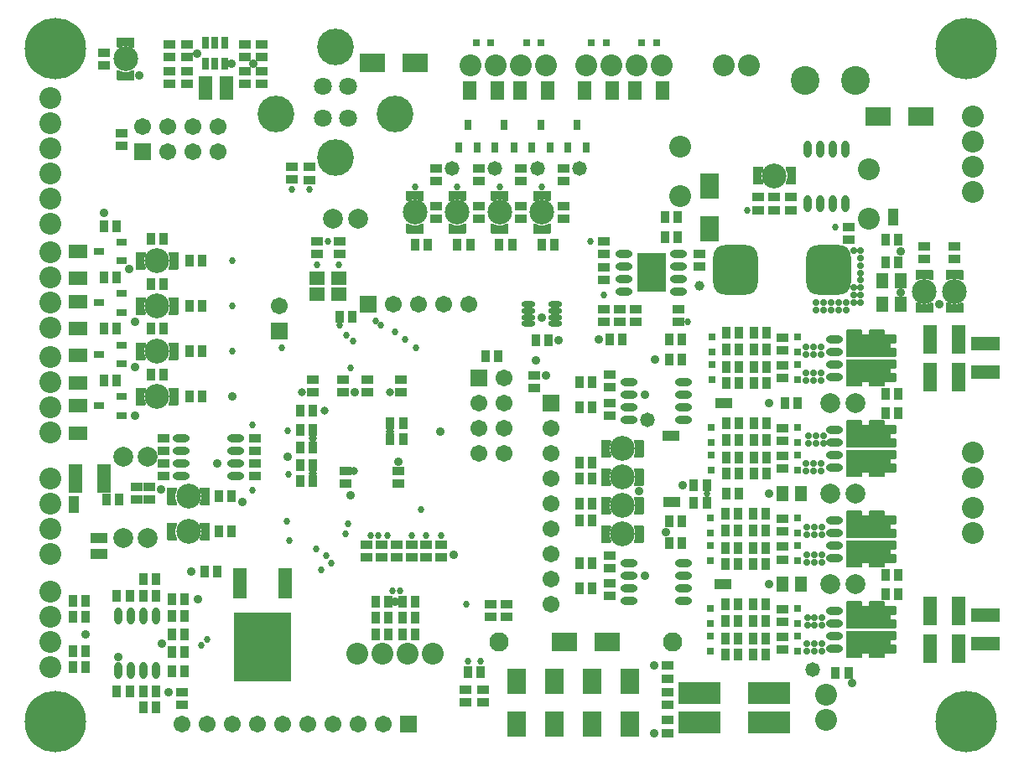
<source format=gbs>
G04*
G04 #@! TF.GenerationSoftware,Altium Limited,Altium Designer,22.8.2 (66)*
G04*
G04 Layer_Color=16711935*
%FSLAX44Y44*%
%MOMM*%
G71*
G04*
G04 #@! TF.SameCoordinates,E80B4FDD-8870-46C6-9AB6-B278042541E5*
G04*
G04*
G04 #@! TF.FilePolarity,Negative*
G04*
G01*
G75*
%ADD19C,2.5032*%
%ADD20C,2.0032*%
%ADD21C,1.8032*%
%ADD22C,3.7032*%
%ADD23C,1.7032*%
%ADD24R,1.7032X1.7032*%
%ADD25C,6.2032*%
%ADD26C,2.2032*%
%ADD27R,1.7032X1.7032*%
%ADD28C,1.9532*%
%ADD29C,2.9032*%
%ADD30C,0.9032*%
%ADD31C,0.6932*%
%ADD32C,1.4732*%
%ADD33C,0.7032*%
%ADD34C,0.8032*%
%ADD35C,1.0032*%
%ADD112R,1.0160X1.7018*%
%ADD113R,1.7018X1.0160*%
%ADD114R,1.1532X0.9032*%
%ADD115R,1.4332X2.4232*%
%ADD116R,0.7532X1.2032*%
%ADD117R,0.9032X1.1532*%
%ADD118R,0.8032X1.1032*%
%ADD119R,1.4532X2.9532*%
%ADD120O,1.7032X0.8032*%
%ADD121R,2.9532X1.4532*%
G04:AMPARAMS|DCode=122|XSize=4.5032mm|YSize=5.0032mm|CornerRadius=1.1766mm|HoleSize=0mm|Usage=FLASHONLY|Rotation=0.000|XOffset=0mm|YOffset=0mm|HoleType=Round|Shape=RoundedRectangle|*
%AMROUNDEDRECTD122*
21,1,4.5032,2.6500,0,0,0.0*
21,1,2.1500,5.0032,0,0,0.0*
1,1,2.3532,1.0750,-1.3250*
1,1,2.3532,-1.0750,-1.3250*
1,1,2.3532,-1.0750,1.3250*
1,1,2.3532,1.0750,1.3250*
%
%ADD122ROUNDEDRECTD122*%
%ADD123R,5.8532X6.9032*%
%ADD124R,1.4032X3.1532*%
%ADD125R,0.8032X0.7032*%
%ADD126O,0.8032X1.7032*%
%ADD127R,1.6032X1.4032*%
%ADD128R,1.9532X2.6532*%
%ADD129R,2.6532X1.9532*%
%ADD130R,1.4532X1.9532*%
%ADD131O,1.4232X0.6032*%
%ADD132R,2.9132X3.9032*%
%ADD133R,1.1532X1.6032*%
%ADD134R,4.2032X2.2032*%
%ADD135R,0.7032X0.8032*%
%ADD136R,1.1032X0.8032*%
%ADD137R,1.9532X1.4532*%
G36*
X578363Y1122599D02*
X578493Y1122573D01*
X578620Y1122531D01*
X578739Y1122472D01*
X578850Y1122398D01*
X578950Y1122310D01*
X579038Y1122210D01*
X579112Y1122099D01*
X579171Y1121980D01*
X579213Y1121853D01*
X579240Y1121723D01*
X579248Y1121590D01*
Y1113590D01*
X579244Y1113521D01*
X579240Y1113458D01*
X579240Y1113458D01*
X579240Y1113457D01*
X579227Y1113394D01*
X579214Y1113328D01*
X579214Y1113327D01*
X579213Y1113326D01*
X579195Y1113272D01*
X579171Y1113202D01*
X579171Y1113201D01*
X579171Y1113200D01*
X579142Y1113142D01*
X579112Y1113082D01*
X579112Y1113082D01*
X579112Y1113081D01*
X579075Y1113026D01*
X579039Y1112971D01*
X579038Y1112971D01*
X579038Y1112970D01*
X578989Y1112915D01*
X578951Y1112871D01*
X578951Y1112871D01*
X578950Y1112870D01*
X578896Y1112822D01*
X578851Y1112783D01*
X578850Y1112783D01*
X578850Y1112782D01*
X578796Y1112747D01*
X578740Y1112709D01*
X578740Y1112709D01*
X578739Y1112708D01*
X578680Y1112679D01*
X578621Y1112650D01*
X578620Y1112650D01*
X578620Y1112649D01*
X578550Y1112626D01*
X578495Y1112607D01*
X578494Y1112607D01*
X578493Y1112607D01*
X578428Y1112594D01*
X578364Y1112581D01*
X578363Y1112581D01*
X578363Y1112580D01*
X578302Y1112577D01*
X578231Y1112572D01*
X576540Y1112570D01*
X576540Y1112570D01*
X576539Y1112570D01*
X576530Y1112570D01*
X576522Y1112570D01*
X576464Y1112575D01*
X576446Y1112576D01*
X576407Y1112578D01*
X576407Y1112578D01*
X576406Y1112578D01*
X576398Y1112580D01*
X576389Y1112581D01*
X576332Y1112593D01*
X576321Y1112595D01*
X576277Y1112604D01*
X576276Y1112604D01*
X576275Y1112604D01*
X576267Y1112607D01*
X576259Y1112609D01*
X576204Y1112629D01*
X576191Y1112633D01*
X576150Y1112647D01*
X576150Y1112647D01*
X576149Y1112647D01*
X576142Y1112651D01*
X576134Y1112654D01*
X574715Y1113269D01*
X571743Y1113977D01*
X568716Y1113978D01*
X565743Y1113270D01*
X564325Y1112656D01*
X564317Y1112653D01*
X564310Y1112649D01*
X564255Y1112631D01*
X564199Y1112611D01*
X564191Y1112609D01*
X564184Y1112607D01*
X564126Y1112595D01*
X564069Y1112583D01*
X564061Y1112582D01*
X564053Y1112580D01*
X563995Y1112577D01*
X563937Y1112572D01*
X563928Y1112572D01*
X563920Y1112572D01*
X562230Y1112572D01*
X562097Y1112580D01*
X561966Y1112607D01*
X561840Y1112649D01*
X561721Y1112708D01*
X561610Y1112782D01*
X561510Y1112870D01*
X561422Y1112970D01*
X561348Y1113081D01*
X561289Y1113200D01*
X561246Y1113326D01*
X561221Y1113457D01*
X561212Y1113590D01*
Y1121590D01*
X561221Y1121723D01*
X561246Y1121853D01*
X561289Y1121980D01*
X561348Y1122099D01*
X561422Y1122210D01*
X561510Y1122310D01*
X561610Y1122398D01*
X561721Y1122472D01*
X561840Y1122531D01*
X561967Y1122573D01*
X562097Y1122599D01*
X562230Y1122608D01*
X578230D01*
X578363Y1122599D01*
D02*
G37*
G36*
X578231Y1089608D02*
X578302Y1089604D01*
X578363Y1089600D01*
X578363Y1089599D01*
X578364Y1089599D01*
X578428Y1089586D01*
X578493Y1089574D01*
X578494Y1089573D01*
X578495Y1089573D01*
X578550Y1089554D01*
X578620Y1089531D01*
X578620Y1089530D01*
X578621Y1089530D01*
X578680Y1089501D01*
X578739Y1089472D01*
X578740Y1089472D01*
X578740Y1089471D01*
X578796Y1089434D01*
X578850Y1089398D01*
X578850Y1089397D01*
X578851Y1089397D01*
X578896Y1089358D01*
X578950Y1089310D01*
X578951Y1089309D01*
X578951Y1089309D01*
X578989Y1089265D01*
X579038Y1089210D01*
X579038Y1089209D01*
X579039Y1089209D01*
X579075Y1089154D01*
X579112Y1089099D01*
X579112Y1089099D01*
X579112Y1089098D01*
X579142Y1089037D01*
X579171Y1088980D01*
X579171Y1088979D01*
X579171Y1088979D01*
X579195Y1088908D01*
X579213Y1088854D01*
X579214Y1088853D01*
X579214Y1088852D01*
X579227Y1088786D01*
X579240Y1088723D01*
X579240Y1088722D01*
X579240Y1088722D01*
X579244Y1088659D01*
X579248Y1088590D01*
Y1080590D01*
X579240Y1080457D01*
X579213Y1080327D01*
X579171Y1080200D01*
X579112Y1080081D01*
X579038Y1079970D01*
X578950Y1079870D01*
X578850Y1079782D01*
X578739Y1079708D01*
X578620Y1079649D01*
X578493Y1079606D01*
X578363Y1079581D01*
X578230Y1079572D01*
X562230D01*
X562097Y1079581D01*
X561967Y1079606D01*
X561840Y1079649D01*
X561721Y1079708D01*
X561610Y1079782D01*
X561510Y1079870D01*
X561422Y1079970D01*
X561348Y1080081D01*
X561289Y1080200D01*
X561246Y1080327D01*
X561221Y1080457D01*
X561212Y1080590D01*
Y1088590D01*
D01*
Y1088590D01*
X561221Y1088723D01*
X561246Y1088854D01*
X561289Y1088980D01*
X561348Y1089099D01*
X561422Y1089210D01*
X561510Y1089310D01*
X561610Y1089398D01*
X561721Y1089472D01*
X561840Y1089531D01*
X561967Y1089574D01*
X562097Y1089600D01*
X562230Y1089608D01*
X562230D01*
D01*
X563920Y1089608D01*
X563928Y1089608D01*
X563937Y1089608D01*
X563995Y1089603D01*
X564053Y1089599D01*
X564061Y1089598D01*
X564069Y1089597D01*
X564126Y1089585D01*
X564184Y1089574D01*
X564192Y1089571D01*
X564199Y1089569D01*
X564254Y1089550D01*
X564310Y1089531D01*
X564317Y1089527D01*
X564325Y1089524D01*
X565743Y1088910D01*
X568716Y1088202D01*
X571743Y1088203D01*
X574715Y1088911D01*
X576134Y1089526D01*
X576142Y1089529D01*
X576149Y1089533D01*
X576150Y1089533D01*
X576150Y1089533D01*
X576206Y1089552D01*
X576259Y1089571D01*
X576268Y1089573D01*
X576275Y1089576D01*
X576276Y1089576D01*
X576277Y1089576D01*
X576334Y1089587D01*
X576389Y1089599D01*
X576398Y1089600D01*
X576406Y1089602D01*
X576407Y1089602D01*
X576407Y1089602D01*
X576465Y1089605D01*
X576522Y1089610D01*
X576530Y1089610D01*
X576539Y1089610D01*
X576539Y1089610D01*
X576540Y1089610D01*
X578231Y1089608D01*
D02*
G37*
G36*
X1245993Y992000D02*
X1246124Y991973D01*
X1246250Y991931D01*
X1246369Y991872D01*
X1246480Y991798D01*
X1246580Y991710D01*
X1246668Y991610D01*
X1246742Y991499D01*
X1246801Y991380D01*
X1246843Y991254D01*
X1246870Y991123D01*
X1246878Y990990D01*
Y974990D01*
X1246870Y974857D01*
X1246843Y974726D01*
X1246801Y974600D01*
X1246742Y974481D01*
X1246668Y974370D01*
X1246580Y974270D01*
X1246480Y974182D01*
X1246369Y974108D01*
X1246250Y974049D01*
X1246124Y974007D01*
X1245993Y973980D01*
X1245860Y973972D01*
X1237860D01*
X1237727Y973980D01*
X1237597Y974007D01*
X1237470Y974049D01*
X1237351Y974108D01*
X1237240Y974182D01*
X1237140Y974270D01*
X1237052Y974370D01*
X1236978Y974481D01*
X1236919Y974600D01*
X1236877Y974726D01*
X1236851Y974857D01*
X1236842Y974990D01*
X1236842Y976680D01*
X1236842Y976688D01*
X1236842Y976696D01*
X1236847Y976755D01*
X1236851Y976813D01*
X1236852Y976821D01*
X1236853Y976829D01*
X1236865Y976886D01*
X1236877Y976944D01*
X1236879Y976951D01*
X1236881Y976960D01*
X1236901Y977015D01*
X1236919Y977070D01*
X1236923Y977077D01*
X1236926Y977085D01*
X1237540Y978503D01*
X1238248Y981476D01*
X1238247Y984503D01*
X1237539Y987476D01*
X1236924Y988894D01*
X1236921Y988902D01*
X1236917Y988909D01*
X1236917Y988910D01*
X1236917Y988910D01*
X1236903Y988951D01*
X1236899Y988964D01*
X1236879Y989019D01*
X1236877Y989027D01*
X1236874Y989035D01*
X1236874Y989036D01*
X1236874Y989036D01*
X1236865Y989081D01*
X1236863Y989092D01*
X1236851Y989149D01*
X1236850Y989158D01*
X1236849Y989166D01*
X1236848Y989167D01*
X1236848Y989167D01*
X1236846Y989206D01*
X1236845Y989224D01*
X1236840Y989282D01*
X1236840Y989290D01*
X1236840Y989299D01*
X1236840Y989300D01*
X1236840Y989300D01*
X1236842Y990991D01*
X1236846Y991062D01*
X1236851Y991123D01*
X1236851Y991123D01*
X1236851Y991124D01*
X1236864Y991189D01*
X1236877Y991254D01*
X1236877Y991254D01*
X1236877Y991255D01*
X1236896Y991310D01*
X1236919Y991380D01*
X1236920Y991380D01*
X1236920Y991381D01*
X1236949Y991440D01*
X1236978Y991499D01*
X1236979Y991500D01*
X1236979Y991500D01*
X1237017Y991556D01*
X1237052Y991610D01*
X1237053Y991610D01*
X1237053Y991611D01*
X1237092Y991656D01*
X1237140Y991710D01*
X1237141Y991711D01*
X1237141Y991711D01*
X1237185Y991749D01*
X1237240Y991798D01*
X1237241Y991798D01*
X1237241Y991798D01*
X1237296Y991835D01*
X1237351Y991872D01*
X1237352Y991872D01*
X1237352Y991872D01*
X1237412Y991902D01*
X1237470Y991931D01*
X1237471Y991931D01*
X1237471Y991931D01*
X1237542Y991955D01*
X1237597Y991973D01*
X1237597Y991974D01*
X1237598Y991974D01*
X1237664Y991987D01*
X1237727Y992000D01*
X1237728Y992000D01*
X1237728Y992000D01*
X1237791Y992004D01*
X1237860Y992008D01*
X1245860D01*
X1245993Y992000D01*
D02*
G37*
G36*
X1212929Y992004D02*
X1212992Y992000D01*
X1212992Y992000D01*
X1212993Y992000D01*
X1213056Y991987D01*
X1213122Y991974D01*
X1213123Y991974D01*
X1213123Y991973D01*
X1213178Y991955D01*
X1213249Y991931D01*
X1213249Y991931D01*
X1213250Y991931D01*
X1213307Y991902D01*
X1213368Y991872D01*
X1213369Y991872D01*
X1213369Y991872D01*
X1213424Y991835D01*
X1213479Y991798D01*
X1213479Y991798D01*
X1213480Y991798D01*
X1213535Y991749D01*
X1213579Y991711D01*
X1213579Y991711D01*
X1213580Y991710D01*
X1213628Y991656D01*
X1213667Y991611D01*
X1213667Y991610D01*
X1213668Y991610D01*
X1213704Y991556D01*
X1213741Y991500D01*
X1213742Y991500D01*
X1213742Y991499D01*
X1213771Y991440D01*
X1213800Y991381D01*
X1213800Y991380D01*
X1213801Y991380D01*
X1213824Y991310D01*
X1213843Y991255D01*
X1213843Y991254D01*
X1213844Y991254D01*
X1213856Y991189D01*
X1213869Y991124D01*
X1213869Y991123D01*
X1213869Y991123D01*
X1213874Y991062D01*
X1213878Y990991D01*
X1213880Y989300D01*
X1213880Y989299D01*
X1213880Y989299D01*
X1213880Y989290D01*
X1213880Y989282D01*
X1213875Y989225D01*
X1213872Y989167D01*
X1213872Y989167D01*
X1213872Y989166D01*
X1213870Y989157D01*
X1213869Y989149D01*
X1213857Y989094D01*
X1213846Y989036D01*
X1213846Y989036D01*
X1213846Y989035D01*
X1213843Y989027D01*
X1213841Y989019D01*
X1213822Y988966D01*
X1213803Y988910D01*
X1213803Y988910D01*
X1213803Y988909D01*
X1213799Y988902D01*
X1213796Y988894D01*
X1213181Y987476D01*
X1212473Y984503D01*
X1212472Y981476D01*
X1213180Y978503D01*
X1213794Y977085D01*
X1213797Y977077D01*
X1213801Y977070D01*
X1213820Y977014D01*
X1213839Y976960D01*
X1213841Y976952D01*
X1213844Y976944D01*
X1213855Y976886D01*
X1213867Y976829D01*
X1213868Y976821D01*
X1213869Y976813D01*
X1213873Y976755D01*
X1213878Y976697D01*
X1213878Y976688D01*
X1213878Y976680D01*
X1213878Y974990D01*
D01*
Y974990D01*
X1213869Y974857D01*
X1213844Y974726D01*
X1213801Y974600D01*
X1213742Y974481D01*
X1213668Y974370D01*
X1213580Y974270D01*
X1213480Y974182D01*
X1213369Y974108D01*
X1213250Y974049D01*
X1213124Y974007D01*
X1212993Y973980D01*
X1212860Y973972D01*
X1212860D01*
D01*
X1204860D01*
X1204727Y973980D01*
X1204596Y974007D01*
X1204470Y974049D01*
X1204351Y974108D01*
X1204240Y974182D01*
X1204140Y974270D01*
X1204052Y974370D01*
X1203978Y974481D01*
X1203919Y974600D01*
X1203876Y974726D01*
X1203851Y974857D01*
X1203842Y974990D01*
Y990990D01*
X1203851Y991123D01*
X1203876Y991254D01*
X1203919Y991380D01*
X1203978Y991499D01*
X1204052Y991610D01*
X1204140Y991710D01*
X1204240Y991798D01*
X1204351Y991872D01*
X1204470Y991931D01*
X1204596Y991973D01*
X1204727Y992000D01*
X1204860Y992008D01*
X1212860D01*
X1212929Y992004D01*
D02*
G37*
G36*
X998733Y967660D02*
X998864Y967634D01*
X998990Y967591D01*
X999109Y967532D01*
X999220Y967458D01*
X999320Y967370D01*
X999408Y967270D01*
X999482Y967159D01*
X999541Y967040D01*
X999584Y966914D01*
X999610Y966783D01*
X999618Y966650D01*
Y958650D01*
X999610Y958517D01*
X999584Y958387D01*
X999541Y958260D01*
X999512Y958202D01*
X999482Y958141D01*
X999408Y958030D01*
X999320Y957930D01*
X999320D01*
Y957930D01*
X999220Y957842D01*
X999109Y957768D01*
X999049Y957738D01*
X998990Y957709D01*
X998864Y957666D01*
X998733Y957641D01*
X998600Y957632D01*
X996910Y957632D01*
X996902Y957632D01*
X996893Y957632D01*
X996835Y957637D01*
X996777Y957641D01*
X996769Y957642D01*
X996761Y957643D01*
X996703Y957655D01*
X996646Y957666D01*
X996639Y957669D01*
X996630Y957671D01*
X996575Y957691D01*
X996520Y957709D01*
X996513Y957713D01*
X996505Y957716D01*
X995087Y958330D01*
X992113Y959038D01*
X989087Y959037D01*
X986115Y958329D01*
X984696Y957714D01*
X984688Y957711D01*
X984680Y957707D01*
X984646Y957695D01*
X984613Y957682D01*
X984592Y957676D01*
X984571Y957669D01*
X984562Y957667D01*
X984554Y957664D01*
X984519Y957657D01*
X984484Y957648D01*
X984462Y957645D01*
X984441Y957641D01*
X984431Y957640D01*
X984423Y957638D01*
X984388Y957636D01*
X984352Y957632D01*
X984330Y957632D01*
X984308Y957630D01*
X984298Y957630D01*
X984290Y957630D01*
X982599Y957632D01*
X982528Y957636D01*
X982467Y957641D01*
X982467Y957641D01*
X982466Y957641D01*
X982402Y957654D01*
X982337Y957666D01*
X982336Y957667D01*
X982335Y957667D01*
X982280Y957686D01*
X982210Y957709D01*
X982210Y957710D01*
X982209Y957710D01*
X982150Y957739D01*
X982091Y957768D01*
X982090Y957768D01*
X982090Y957769D01*
X982034Y957806D01*
X981980Y957842D01*
X981980Y957843D01*
X981979Y957843D01*
X981934Y957882D01*
X981880Y957930D01*
X981880Y957931D01*
X981879Y957931D01*
X981841Y957975D01*
X981792Y958030D01*
X981792Y958031D01*
X981792Y958031D01*
X981755Y958086D01*
X981718Y958141D01*
X981718Y958141D01*
X981718Y958142D01*
X981688Y958203D01*
X981659Y958260D01*
X981659Y958261D01*
X981659Y958261D01*
X981635Y958332D01*
X981617Y958387D01*
X981616Y958387D01*
X981616Y958388D01*
X981603Y958454D01*
X981590Y958517D01*
X981590Y958518D01*
X981590Y958518D01*
X981586Y958581D01*
X981582Y958650D01*
Y966650D01*
X981590Y966783D01*
X981617Y966914D01*
X981659Y967040D01*
X981718Y967159D01*
X981792Y967270D01*
X981880Y967370D01*
X981980Y967458D01*
X982091Y967532D01*
X982210Y967591D01*
X982337Y967634D01*
X982467Y967660D01*
X982600Y967668D01*
X998600D01*
X998733Y967660D01*
D02*
G37*
G36*
X955976D02*
X956107Y967634D01*
X956233Y967591D01*
X956352Y967532D01*
X956463Y967458D01*
X956563Y967370D01*
X956651Y967270D01*
X956725Y967159D01*
X956784Y967040D01*
X956827Y966914D01*
X956853Y966783D01*
X956862Y966650D01*
Y958650D01*
X956853Y958517D01*
X956827Y958387D01*
X956784Y958260D01*
X956755Y958202D01*
X956725Y958141D01*
X956651Y958030D01*
X956563Y957930D01*
X956563D01*
Y957930D01*
X956463Y957842D01*
X956352Y957768D01*
X956292Y957738D01*
X956233Y957709D01*
X956107Y957666D01*
X955976Y957641D01*
X955843Y957632D01*
X954153Y957632D01*
X954145Y957632D01*
X954137Y957632D01*
X954078Y957637D01*
X954020Y957641D01*
X954012Y957642D01*
X954004Y957643D01*
X953947Y957655D01*
X953890Y957666D01*
X953882Y957669D01*
X953874Y957671D01*
X953819Y957691D01*
X953764Y957709D01*
X953756Y957713D01*
X953748Y957716D01*
X952330Y958330D01*
X949357Y959038D01*
X946331Y959037D01*
X943358Y958329D01*
X941940Y957714D01*
X941931Y957711D01*
X941923Y957707D01*
X941890Y957695D01*
X941857Y957682D01*
X941835Y957676D01*
X941814Y957669D01*
X941805Y957667D01*
X941797Y957664D01*
X941763Y957657D01*
X941728Y957648D01*
X941706Y957645D01*
X941684Y957641D01*
X941675Y957640D01*
X941666Y957638D01*
X941632Y957636D01*
X941596Y957632D01*
X941573Y957632D01*
X941551Y957630D01*
X941542Y957630D01*
X941533Y957630D01*
X939842Y957632D01*
X939772Y957636D01*
X939710Y957641D01*
X939710Y957641D01*
X939709Y957641D01*
X939645Y957654D01*
X939580Y957666D01*
X939579Y957667D01*
X939579Y957667D01*
X939523Y957686D01*
X939454Y957709D01*
X939453Y957710D01*
X939453Y957710D01*
X939394Y957739D01*
X939334Y957768D01*
X939334Y957768D01*
X939333Y957769D01*
X939277Y957806D01*
X939223Y957842D01*
X939223Y957843D01*
X939222Y957843D01*
X939178Y957882D01*
X939123Y957930D01*
X939123Y957931D01*
X939122Y957931D01*
X939084Y957975D01*
X939036Y958030D01*
X939035Y958031D01*
X939035Y958031D01*
X938998Y958086D01*
X938962Y958141D01*
X938961Y958141D01*
X938961Y958142D01*
X938931Y958203D01*
X938903Y958260D01*
X938903Y958261D01*
X938902Y958261D01*
X938878Y958332D01*
X938860Y958387D01*
X938860Y958387D01*
X938859Y958388D01*
X938847Y958454D01*
X938834Y958517D01*
X938834Y958518D01*
X938834Y958518D01*
X938830Y958581D01*
X938825Y958650D01*
Y966650D01*
X938834Y966783D01*
X938860Y966914D01*
X938903Y967040D01*
X938962Y967159D01*
X939036Y967270D01*
X939123Y967370D01*
X939223Y967458D01*
X939334Y967532D01*
X939454Y967591D01*
X939580Y967634D01*
X939710Y967660D01*
X939843Y967668D01*
X955843D01*
X955976Y967660D01*
D02*
G37*
G36*
X913220D02*
X913350Y967634D01*
X913476Y967591D01*
X913596Y967532D01*
X913707Y967458D01*
X913807Y967370D01*
X913895Y967270D01*
X913969Y967159D01*
X914027Y967040D01*
X914070Y966914D01*
X914096Y966783D01*
X914105Y966650D01*
Y958650D01*
X914096Y958517D01*
X914070Y958387D01*
X914027Y958260D01*
X913998Y958202D01*
X913969Y958141D01*
X913895Y958030D01*
X913807Y957930D01*
X913807D01*
Y957930D01*
X913707Y957842D01*
X913596Y957768D01*
X913535Y957738D01*
X913476Y957709D01*
X913350Y957666D01*
X913220Y957641D01*
X913087Y957632D01*
X911397Y957632D01*
X911388Y957632D01*
X911380Y957632D01*
X911322Y957637D01*
X911264Y957641D01*
X911256Y957642D01*
X911247Y957643D01*
X911190Y957655D01*
X911133Y957666D01*
X911125Y957669D01*
X911117Y957671D01*
X911062Y957691D01*
X911007Y957709D01*
X911000Y957713D01*
X910992Y957716D01*
X909573Y958330D01*
X906600Y959038D01*
X903574Y959037D01*
X900601Y958329D01*
X899183Y957714D01*
X899174Y957711D01*
X899166Y957707D01*
X899133Y957695D01*
X899100Y957682D01*
X899078Y957676D01*
X899058Y957669D01*
X899048Y957667D01*
X899040Y957664D01*
X899006Y957657D01*
X898971Y957648D01*
X898949Y957645D01*
X898927Y957641D01*
X898918Y957640D01*
X898910Y957638D01*
X898875Y957636D01*
X898839Y957632D01*
X898817Y957632D01*
X898795Y957630D01*
X898785Y957630D01*
X898777Y957630D01*
X897085Y957632D01*
X897015Y957636D01*
X896954Y957641D01*
X896953Y957641D01*
X896953Y957641D01*
X896888Y957654D01*
X896823Y957666D01*
X896823Y957667D01*
X896822Y957667D01*
X896766Y957686D01*
X896697Y957709D01*
X896696Y957710D01*
X896696Y957710D01*
X896637Y957739D01*
X896578Y957768D01*
X896577Y957768D01*
X896577Y957769D01*
X896520Y957806D01*
X896467Y957842D01*
X896466Y957843D01*
X896466Y957843D01*
X896421Y957882D01*
X896367Y957930D01*
X896366Y957931D01*
X896366Y957931D01*
X896327Y957975D01*
X896279Y958030D01*
X896279Y958031D01*
X896278Y958031D01*
X896242Y958086D01*
X896205Y958141D01*
X896205Y958141D01*
X896204Y958142D01*
X896175Y958203D01*
X896146Y958260D01*
X896146Y958261D01*
X896146Y958261D01*
X896122Y958332D01*
X896103Y958387D01*
X896103Y958387D01*
X896103Y958388D01*
X896090Y958454D01*
X896077Y958517D01*
X896077Y958518D01*
X896077Y958518D01*
X896073Y958581D01*
X896068Y958650D01*
Y966650D01*
X896077Y966783D01*
X896103Y966914D01*
X896146Y967040D01*
X896205Y967159D01*
X896279Y967270D01*
X896367Y967370D01*
X896467Y967458D01*
X896578Y967532D01*
X896697Y967591D01*
X896823Y967634D01*
X896954Y967660D01*
X897087Y967668D01*
X913087D01*
X913220Y967660D01*
D02*
G37*
G36*
X870463D02*
X870594Y967634D01*
X870720Y967591D01*
X870839Y967532D01*
X870950Y967458D01*
X871050Y967370D01*
X871138Y967270D01*
X871212Y967159D01*
X871271Y967040D01*
X871314Y966914D01*
X871340Y966783D01*
X871348Y966650D01*
Y958650D01*
X871340Y958517D01*
X871314Y958387D01*
X871271Y958260D01*
X871242Y958202D01*
X871212Y958141D01*
X871138Y958030D01*
X871050Y957930D01*
X871050D01*
Y957930D01*
X870950Y957842D01*
X870839Y957768D01*
X870779Y957738D01*
X870720Y957709D01*
X870594Y957666D01*
X870463Y957641D01*
X870330Y957632D01*
X868640Y957632D01*
X868632Y957632D01*
X868624Y957632D01*
X868565Y957637D01*
X868507Y957641D01*
X868499Y957642D01*
X868491Y957643D01*
X868434Y957655D01*
X868376Y957666D01*
X868369Y957669D01*
X868361Y957671D01*
X868305Y957691D01*
X868250Y957709D01*
X868243Y957713D01*
X868235Y957716D01*
X866817Y958330D01*
X863844Y959038D01*
X860817Y959037D01*
X857845Y958329D01*
X856426Y957714D01*
X856418Y957711D01*
X856410Y957707D01*
X856376Y957695D01*
X856343Y957682D01*
X856322Y957676D01*
X856301Y957669D01*
X856292Y957667D01*
X856284Y957664D01*
X856249Y957657D01*
X856214Y957648D01*
X856192Y957645D01*
X856171Y957641D01*
X856161Y957640D01*
X856153Y957638D01*
X856118Y957636D01*
X856082Y957632D01*
X856060Y957632D01*
X856038Y957630D01*
X856029Y957630D01*
X856020Y957630D01*
X854329Y957632D01*
X854258Y957636D01*
X854197Y957641D01*
X854197Y957641D01*
X854196Y957641D01*
X854132Y957654D01*
X854067Y957666D01*
X854066Y957667D01*
X854065Y957667D01*
X854010Y957686D01*
X853941Y957709D01*
X853940Y957710D01*
X853939Y957710D01*
X853880Y957739D01*
X853821Y957768D01*
X853820Y957768D01*
X853820Y957769D01*
X853764Y957806D01*
X853710Y957842D01*
X853710Y957843D01*
X853709Y957843D01*
X853664Y957882D01*
X853610Y957930D01*
X853610Y957931D01*
X853609Y957931D01*
X853571Y957975D01*
X853522Y958030D01*
X853522Y958031D01*
X853522Y958031D01*
X853485Y958086D01*
X853448Y958141D01*
X853448Y958141D01*
X853448Y958142D01*
X853418Y958203D01*
X853389Y958260D01*
X853389Y958261D01*
X853389Y958261D01*
X853365Y958332D01*
X853347Y958387D01*
X853346Y958387D01*
X853346Y958388D01*
X853333Y958454D01*
X853321Y958517D01*
X853321Y958518D01*
X853320Y958518D01*
X853316Y958581D01*
X853312Y958650D01*
Y966650D01*
X853321Y966783D01*
X853347Y966914D01*
X853389Y967040D01*
X853448Y967159D01*
X853522Y967270D01*
X853610Y967370D01*
X853710Y967458D01*
X853821Y967532D01*
X853941Y967591D01*
X854067Y967634D01*
X854197Y967660D01*
X854330Y967668D01*
X870330D01*
X870463Y967660D01*
D02*
G37*
G36*
X1348994Y946912D02*
X1344930Y940816D01*
X1340866Y946404D01*
Y948944D01*
X1348994D01*
Y946912D01*
D02*
G37*
G36*
X984299Y934670D02*
X984308Y934670D01*
X984366Y934665D01*
X984423Y934662D01*
X984423Y934662D01*
X984424Y934661D01*
X984432Y934660D01*
X984441Y934659D01*
X984497Y934647D01*
X984554Y934636D01*
X984554Y934636D01*
X984555Y934635D01*
X984563Y934633D01*
X984571Y934631D01*
X984624Y934612D01*
X984680Y934593D01*
X984680Y934593D01*
X984681Y934593D01*
X984688Y934589D01*
X984696Y934586D01*
X986115Y933971D01*
X989087Y933263D01*
X992113Y933262D01*
X995087Y933970D01*
X996505Y934584D01*
X996513Y934587D01*
X996520Y934591D01*
X996576Y934610D01*
X996630Y934629D01*
X996638Y934631D01*
X996646Y934633D01*
X996704Y934645D01*
X996761Y934657D01*
X996769Y934658D01*
X996777Y934659D01*
X996835Y934663D01*
X996893Y934668D01*
X996902Y934668D01*
X996910Y934668D01*
X998600Y934668D01*
D01*
X998600D01*
X998733Y934660D01*
X998864Y934633D01*
X998990Y934591D01*
X999109Y934532D01*
X999220Y934458D01*
X999320Y934370D01*
X999408Y934270D01*
X999482Y934159D01*
X999541Y934040D01*
X999584Y933913D01*
X999610Y933783D01*
X999618Y933650D01*
Y933650D01*
D01*
Y925650D01*
X999610Y925517D01*
X999584Y925387D01*
X999541Y925260D01*
X999482Y925141D01*
X999408Y925030D01*
X999320Y924930D01*
X999220Y924842D01*
X999109Y924768D01*
X998990Y924709D01*
X998864Y924667D01*
X998733Y924641D01*
X998600Y924632D01*
X982600D01*
X982467Y924641D01*
X982337Y924667D01*
X982210Y924709D01*
X982091Y924768D01*
X981980Y924842D01*
X981880Y924930D01*
X981792Y925030D01*
X981718Y925141D01*
X981659Y925260D01*
X981617Y925387D01*
X981590Y925517D01*
X981582Y925650D01*
Y933650D01*
X981586Y933719D01*
X981590Y933782D01*
X981590Y933782D01*
X981590Y933783D01*
X981603Y933846D01*
X981616Y933912D01*
X981616Y933913D01*
X981617Y933913D01*
X981635Y933968D01*
X981659Y934038D01*
X981659Y934039D01*
X981659Y934040D01*
X981688Y934098D01*
X981718Y934158D01*
X981718Y934158D01*
X981718Y934159D01*
X981755Y934214D01*
X981792Y934269D01*
X981792Y934269D01*
X981792Y934270D01*
X981841Y934325D01*
X981879Y934369D01*
X981880Y934369D01*
X981880Y934370D01*
X981934Y934418D01*
X981979Y934457D01*
X981980Y934457D01*
X981980Y934458D01*
X982034Y934493D01*
X982090Y934531D01*
X982090Y934531D01*
X982091Y934532D01*
X982150Y934561D01*
X982209Y934590D01*
X982210Y934590D01*
X982210Y934591D01*
X982280Y934614D01*
X982335Y934633D01*
X982336Y934633D01*
X982337Y934633D01*
X982402Y934646D01*
X982466Y934659D01*
X982467Y934659D01*
X982467Y934660D01*
X982528Y934663D01*
X982599Y934668D01*
X984290Y934670D01*
X984290Y934670D01*
X984291Y934670D01*
X984299Y934670D01*
D02*
G37*
G36*
X941543D02*
X941551Y934670D01*
X941609Y934665D01*
X941666Y934662D01*
X941667Y934662D01*
X941667Y934661D01*
X941676Y934660D01*
X941684Y934659D01*
X941740Y934647D01*
X941797Y934636D01*
X941797Y934636D01*
X941798Y934635D01*
X941806Y934633D01*
X941814Y934631D01*
X941868Y934612D01*
X941923Y934593D01*
X941924Y934593D01*
X941924Y934593D01*
X941932Y934589D01*
X941940Y934586D01*
X943358Y933971D01*
X946331Y933263D01*
X949357Y933262D01*
X952330Y933970D01*
X953748Y934584D01*
X953756Y934587D01*
X953764Y934591D01*
X953820Y934610D01*
X953874Y934629D01*
X953882Y934631D01*
X953890Y934633D01*
X953947Y934645D01*
X954004Y934657D01*
X954012Y934658D01*
X954020Y934659D01*
X954079Y934663D01*
X954137Y934668D01*
X954145Y934668D01*
X954153Y934668D01*
X955843Y934668D01*
D01*
X955843D01*
X955976Y934660D01*
X956107Y934633D01*
X956233Y934591D01*
X956352Y934532D01*
X956463Y934458D01*
X956563Y934370D01*
X956651Y934270D01*
X956725Y934159D01*
X956784Y934040D01*
X956827Y933913D01*
X956853Y933783D01*
X956862Y933650D01*
Y933650D01*
D01*
Y925650D01*
X956853Y925517D01*
X956827Y925387D01*
X956784Y925260D01*
X956725Y925141D01*
X956651Y925030D01*
X956563Y924930D01*
X956463Y924842D01*
X956352Y924768D01*
X956233Y924709D01*
X956107Y924667D01*
X955976Y924641D01*
X955843Y924632D01*
X939843D01*
X939710Y924641D01*
X939580Y924667D01*
X939454Y924709D01*
X939334Y924768D01*
X939223Y924842D01*
X939123Y924930D01*
X939036Y925030D01*
X938962Y925141D01*
X938903Y925260D01*
X938860Y925387D01*
X938834Y925517D01*
X938825Y925650D01*
Y933650D01*
X938830Y933719D01*
X938834Y933782D01*
X938834Y933782D01*
X938834Y933783D01*
X938847Y933846D01*
X938859Y933912D01*
X938860Y933913D01*
X938860Y933913D01*
X938878Y933968D01*
X938902Y934038D01*
X938903Y934039D01*
X938903Y934040D01*
X938931Y934098D01*
X938961Y934158D01*
X938961Y934158D01*
X938962Y934159D01*
X938998Y934214D01*
X939035Y934269D01*
X939035Y934269D01*
X939036Y934270D01*
X939084Y934325D01*
X939122Y934369D01*
X939123Y934369D01*
X939123Y934370D01*
X939178Y934418D01*
X939222Y934457D01*
X939223Y934457D01*
X939223Y934458D01*
X939277Y934493D01*
X939333Y934531D01*
X939334Y934531D01*
X939334Y934532D01*
X939394Y934561D01*
X939453Y934590D01*
X939453Y934590D01*
X939454Y934591D01*
X939523Y934614D01*
X939579Y934633D01*
X939579Y934633D01*
X939580Y934633D01*
X939645Y934646D01*
X939709Y934659D01*
X939710Y934659D01*
X939710Y934660D01*
X939772Y934663D01*
X939842Y934668D01*
X941533Y934670D01*
X941534Y934670D01*
X941535Y934670D01*
X941543Y934670D01*
D02*
G37*
G36*
X898786D02*
X898795Y934670D01*
X898853Y934665D01*
X898910Y934662D01*
X898910Y934662D01*
X898911Y934661D01*
X898919Y934660D01*
X898927Y934659D01*
X898983Y934647D01*
X899040Y934636D01*
X899041Y934636D01*
X899041Y934635D01*
X899049Y934633D01*
X899058Y934631D01*
X899111Y934612D01*
X899166Y934593D01*
X899167Y934593D01*
X899167Y934593D01*
X899175Y934589D01*
X899183Y934586D01*
X900601Y933971D01*
X903574Y933263D01*
X906600Y933262D01*
X909573Y933970D01*
X910992Y934584D01*
X911000Y934587D01*
X911007Y934591D01*
X911063Y934610D01*
X911117Y934629D01*
X911125Y934631D01*
X911133Y934633D01*
X911191Y934645D01*
X911247Y934657D01*
X911256Y934658D01*
X911264Y934659D01*
X911322Y934663D01*
X911380Y934668D01*
X911388Y934668D01*
X911397Y934668D01*
X913087Y934668D01*
D01*
X913087D01*
X913220Y934660D01*
X913350Y934633D01*
X913476Y934591D01*
X913596Y934532D01*
X913707Y934458D01*
X913807Y934370D01*
X913895Y934270D01*
X913969Y934159D01*
X914027Y934040D01*
X914070Y933913D01*
X914096Y933783D01*
X914105Y933650D01*
Y933650D01*
D01*
Y925650D01*
X914096Y925517D01*
X914070Y925387D01*
X914027Y925260D01*
X913969Y925141D01*
X913895Y925030D01*
X913807Y924930D01*
X913707Y924842D01*
X913596Y924768D01*
X913476Y924709D01*
X913350Y924667D01*
X913220Y924641D01*
X913087Y924632D01*
X897087D01*
X896954Y924641D01*
X896823Y924667D01*
X896697Y924709D01*
X896578Y924768D01*
X896467Y924842D01*
X896367Y924930D01*
X896279Y925030D01*
X896205Y925141D01*
X896146Y925260D01*
X896103Y925387D01*
X896077Y925517D01*
X896068Y925650D01*
Y933650D01*
X896073Y933719D01*
X896077Y933782D01*
X896077Y933782D01*
X896077Y933783D01*
X896090Y933846D01*
X896103Y933912D01*
X896103Y933913D01*
X896103Y933913D01*
X896122Y933968D01*
X896146Y934038D01*
X896146Y934039D01*
X896146Y934040D01*
X896175Y934098D01*
X896204Y934158D01*
X896205Y934158D01*
X896205Y934159D01*
X896242Y934214D01*
X896278Y934269D01*
X896279Y934269D01*
X896279Y934270D01*
X896327Y934325D01*
X896366Y934369D01*
X896366Y934369D01*
X896367Y934370D01*
X896421Y934418D01*
X896466Y934457D01*
X896466Y934457D01*
X896467Y934458D01*
X896520Y934493D01*
X896577Y934531D01*
X896577Y934531D01*
X896578Y934532D01*
X896637Y934561D01*
X896696Y934590D01*
X896696Y934590D01*
X896697Y934591D01*
X896766Y934614D01*
X896822Y934633D01*
X896823Y934633D01*
X896823Y934633D01*
X896888Y934646D01*
X896953Y934659D01*
X896953Y934659D01*
X896954Y934660D01*
X897015Y934663D01*
X897085Y934668D01*
X898777Y934670D01*
X898777Y934670D01*
X898778Y934670D01*
X898786Y934670D01*
D02*
G37*
G36*
X856030D02*
X856038Y934670D01*
X856096Y934665D01*
X856153Y934662D01*
X856153Y934662D01*
X856154Y934661D01*
X856162Y934660D01*
X856171Y934659D01*
X856227Y934647D01*
X856284Y934636D01*
X856284Y934636D01*
X856285Y934635D01*
X856293Y934633D01*
X856301Y934631D01*
X856354Y934612D01*
X856410Y934593D01*
X856410Y934593D01*
X856411Y934593D01*
X856419Y934589D01*
X856426Y934586D01*
X857845Y933971D01*
X860817Y933263D01*
X863844Y933262D01*
X866817Y933970D01*
X868235Y934584D01*
X868243Y934587D01*
X868250Y934591D01*
X868306Y934610D01*
X868361Y934629D01*
X868369Y934631D01*
X868376Y934633D01*
X868434Y934645D01*
X868491Y934657D01*
X868499Y934658D01*
X868507Y934659D01*
X868565Y934663D01*
X868624Y934668D01*
X868632Y934668D01*
X868640Y934668D01*
X870330Y934668D01*
D01*
X870330D01*
X870463Y934660D01*
X870594Y934633D01*
X870720Y934591D01*
X870839Y934532D01*
X870950Y934458D01*
X871050Y934370D01*
X871138Y934270D01*
X871212Y934159D01*
X871271Y934040D01*
X871314Y933913D01*
X871340Y933783D01*
X871348Y933650D01*
Y933650D01*
D01*
Y925650D01*
X871340Y925517D01*
X871314Y925387D01*
X871271Y925260D01*
X871212Y925141D01*
X871138Y925030D01*
X871050Y924930D01*
X870950Y924842D01*
X870839Y924768D01*
X870720Y924709D01*
X870594Y924667D01*
X870463Y924641D01*
X870330Y924632D01*
X854330D01*
X854197Y924641D01*
X854067Y924667D01*
X853941Y924709D01*
X853821Y924768D01*
X853710Y924842D01*
X853610Y924930D01*
X853522Y925030D01*
X853448Y925141D01*
X853389Y925260D01*
X853347Y925387D01*
X853321Y925517D01*
X853312Y925650D01*
Y933650D01*
X853316Y933719D01*
X853320Y933782D01*
X853321Y933782D01*
X853321Y933783D01*
X853333Y933846D01*
X853346Y933912D01*
X853346Y933913D01*
X853347Y933913D01*
X853365Y933968D01*
X853389Y934038D01*
X853389Y934039D01*
X853389Y934040D01*
X853418Y934098D01*
X853448Y934158D01*
X853448Y934158D01*
X853448Y934159D01*
X853485Y934214D01*
X853522Y934269D01*
X853522Y934269D01*
X853522Y934270D01*
X853571Y934325D01*
X853609Y934369D01*
X853610Y934369D01*
X853610Y934370D01*
X853664Y934418D01*
X853709Y934457D01*
X853710Y934457D01*
X853710Y934458D01*
X853764Y934493D01*
X853820Y934531D01*
X853820Y934531D01*
X853821Y934532D01*
X853880Y934561D01*
X853939Y934590D01*
X853940Y934590D01*
X853941Y934591D01*
X854010Y934614D01*
X854065Y934633D01*
X854066Y934633D01*
X854067Y934633D01*
X854132Y934646D01*
X854196Y934659D01*
X854197Y934659D01*
X854197Y934660D01*
X854258Y934663D01*
X854329Y934668D01*
X856020Y934670D01*
X856021Y934670D01*
X856021Y934670D01*
X856030Y934670D01*
D02*
G37*
G36*
X589613Y906109D02*
X589743Y906083D01*
X589870Y906041D01*
X589989Y905982D01*
X590100Y905908D01*
X590200Y905820D01*
X590288Y905720D01*
X590362Y905609D01*
X590421Y905490D01*
X590463Y905363D01*
X590490Y905233D01*
X590498Y905100D01*
Y905100D01*
D01*
X590498Y903410D01*
X590498Y903401D01*
X590498Y903393D01*
X590493Y903335D01*
X590489Y903277D01*
X590488Y903269D01*
X590487Y903260D01*
X590475Y903204D01*
X590463Y903146D01*
X590461Y903138D01*
X590459Y903130D01*
X590440Y903076D01*
X590421Y903020D01*
X590417Y903013D01*
X590414Y903005D01*
X589800Y901587D01*
X589092Y898613D01*
X589093Y895587D01*
X589801Y892614D01*
X590416Y891196D01*
X590419Y891188D01*
X590423Y891181D01*
X590423Y891180D01*
X590423Y891180D01*
X590442Y891124D01*
X590461Y891071D01*
X590463Y891063D01*
X590466Y891055D01*
X590466Y891054D01*
X590466Y891053D01*
X590477Y890996D01*
X590489Y890941D01*
X590490Y890932D01*
X590491Y890924D01*
X590492Y890923D01*
X590492Y890923D01*
X590495Y890866D01*
X590500Y890808D01*
X590500Y890799D01*
X590500Y890791D01*
X590500Y890790D01*
X590500Y890790D01*
X590498Y889099D01*
X590494Y889028D01*
X590490Y888967D01*
X590489Y888966D01*
X590489Y888966D01*
X590476Y888901D01*
X590463Y888836D01*
X590463Y888836D01*
X590463Y888835D01*
X590444Y888779D01*
X590421Y888710D01*
X590420Y888710D01*
X590420Y888709D01*
X590391Y888650D01*
X590362Y888591D01*
X590362Y888590D01*
X590361Y888590D01*
X590323Y888533D01*
X590288Y888480D01*
X590287Y888480D01*
X590287Y888479D01*
X590248Y888434D01*
X590200Y888380D01*
X590199Y888379D01*
X590199Y888379D01*
X590155Y888340D01*
X590100Y888292D01*
X590099Y888292D01*
X590099Y888291D01*
X590044Y888255D01*
X589989Y888218D01*
X589989Y888218D01*
X589988Y888217D01*
X589927Y888188D01*
X589870Y888159D01*
X589869Y888159D01*
X589869Y888159D01*
X589798Y888135D01*
X589743Y888116D01*
X589743Y888116D01*
X589742Y888116D01*
X589676Y888103D01*
X589613Y888090D01*
X589612Y888090D01*
X589612Y888090D01*
X589549Y888086D01*
X589480Y888082D01*
X581480D01*
X581347Y888090D01*
X581217Y888116D01*
X581090Y888159D01*
X580971Y888218D01*
X580860Y888292D01*
X580760Y888380D01*
X580672Y888480D01*
X580598Y888591D01*
X580539Y888710D01*
X580496Y888836D01*
X580471Y888967D01*
X580462Y889100D01*
Y905100D01*
X580471Y905233D01*
X580496Y905363D01*
X580539Y905490D01*
X580598Y905609D01*
X580672Y905720D01*
X580760Y905820D01*
X580860Y905908D01*
X580971Y905982D01*
X581090Y906041D01*
X581217Y906083D01*
X581347Y906109D01*
X581480Y906118D01*
X589480D01*
D01*
X589480D01*
X589613Y906109D01*
D02*
G37*
G36*
X622613D02*
X622743Y906083D01*
X622870Y906041D01*
X622989Y905982D01*
X623100Y905908D01*
X623200Y905820D01*
X623288Y905720D01*
X623362Y905609D01*
X623421Y905490D01*
X623464Y905363D01*
X623489Y905233D01*
X623498Y905100D01*
Y889100D01*
X623489Y888967D01*
X623464Y888836D01*
X623421Y888710D01*
X623362Y888591D01*
X623288Y888480D01*
X623200Y888380D01*
X623100Y888292D01*
X622989Y888218D01*
X622870Y888159D01*
X622743Y888116D01*
X622613Y888090D01*
X622480Y888082D01*
X614480D01*
X614411Y888086D01*
X614348Y888090D01*
X614348Y888090D01*
X614347Y888090D01*
X614284Y888103D01*
X614218Y888116D01*
X614217Y888116D01*
X614216Y888116D01*
X614162Y888135D01*
X614091Y888159D01*
X614091Y888159D01*
X614090Y888159D01*
X614033Y888188D01*
X613972Y888217D01*
X613971Y888218D01*
X613971Y888218D01*
X613916Y888255D01*
X613861Y888291D01*
X613861Y888292D01*
X613860Y888292D01*
X613805Y888340D01*
X613761Y888379D01*
X613761Y888379D01*
X613760Y888380D01*
X613712Y888434D01*
X613673Y888479D01*
X613673Y888480D01*
X613672Y888480D01*
X613637Y888533D01*
X613599Y888590D01*
X613599Y888590D01*
X613598Y888591D01*
X613569Y888650D01*
X613540Y888709D01*
X613540Y888710D01*
X613539Y888710D01*
X613516Y888779D01*
X613497Y888835D01*
X613497Y888836D01*
X613497Y888836D01*
X613484Y888901D01*
X613471Y888966D01*
X613471Y888966D01*
X613470Y888967D01*
X613466Y889028D01*
X613462Y889099D01*
X613460Y890790D01*
X613460Y890798D01*
X613460Y890808D01*
X613462Y890830D01*
X613461Y890852D01*
X613466Y890888D01*
X613468Y890923D01*
X613470Y890931D01*
X613471Y890940D01*
X613475Y890962D01*
X613478Y890984D01*
X613487Y891019D01*
X613494Y891053D01*
X613497Y891062D01*
X613499Y891071D01*
X613506Y891092D01*
X613512Y891113D01*
X613526Y891146D01*
X613537Y891180D01*
X613541Y891187D01*
X613544Y891196D01*
X614159Y892614D01*
X614867Y895587D01*
X614868Y898613D01*
X614160Y901586D01*
X613546Y903005D01*
X613543Y903013D01*
X613539Y903020D01*
X613521Y903075D01*
X613501Y903130D01*
X613499Y903138D01*
X613497Y903146D01*
X613485Y903203D01*
X613473Y903260D01*
X613472Y903269D01*
X613470Y903277D01*
X613467Y903335D01*
X613462Y903393D01*
X613462Y903401D01*
X613462Y903410D01*
X613462Y905100D01*
X613470Y905233D01*
X613497Y905363D01*
X613539Y905490D01*
X613568Y905548D01*
X613598Y905609D01*
X613672Y905720D01*
X613760Y905820D01*
X613760D01*
Y905820D01*
X613860Y905908D01*
X613971Y905982D01*
X614031Y906012D01*
X614090Y906041D01*
X614216Y906083D01*
X614347Y906109D01*
X614480Y906118D01*
X622480D01*
X622613Y906109D01*
D02*
G37*
G36*
X1415293Y887650D02*
X1415423Y887624D01*
X1415550Y887581D01*
X1415669Y887522D01*
X1415780Y887448D01*
X1415880Y887360D01*
X1415968Y887260D01*
X1416042Y887149D01*
X1416101Y887030D01*
X1416143Y886904D01*
X1416169Y886773D01*
X1416178Y886640D01*
Y878640D01*
X1416174Y878571D01*
X1416170Y878508D01*
X1416169Y878508D01*
X1416169Y878507D01*
X1416157Y878444D01*
X1416144Y878378D01*
X1416144Y878377D01*
X1416143Y878376D01*
X1416125Y878322D01*
X1416101Y878251D01*
X1416101Y878251D01*
X1416101Y878250D01*
X1416072Y878193D01*
X1416042Y878132D01*
X1416042Y878131D01*
X1416042Y878131D01*
X1416005Y878076D01*
X1415968Y878021D01*
X1415968Y878021D01*
X1415968Y878020D01*
X1415919Y877965D01*
X1415881Y877921D01*
X1415880Y877921D01*
X1415880Y877920D01*
X1415826Y877872D01*
X1415781Y877833D01*
X1415780Y877833D01*
X1415780Y877832D01*
X1415726Y877796D01*
X1415670Y877759D01*
X1415670Y877758D01*
X1415669Y877758D01*
X1415610Y877729D01*
X1415551Y877700D01*
X1415550Y877700D01*
X1415550Y877699D01*
X1415480Y877676D01*
X1415425Y877657D01*
X1415424Y877657D01*
X1415423Y877656D01*
X1415358Y877644D01*
X1415294Y877631D01*
X1415293Y877631D01*
X1415293Y877630D01*
X1415232Y877626D01*
X1415161Y877622D01*
X1413470Y877620D01*
X1413470Y877620D01*
X1413469Y877620D01*
X1413461Y877620D01*
X1413452Y877620D01*
X1413394Y877625D01*
X1413376Y877626D01*
X1413337Y877628D01*
X1413337Y877628D01*
X1413336Y877628D01*
X1413328Y877630D01*
X1413319Y877631D01*
X1413262Y877643D01*
X1413251Y877645D01*
X1413206Y877654D01*
X1413206Y877654D01*
X1413205Y877654D01*
X1413197Y877657D01*
X1413189Y877659D01*
X1413134Y877679D01*
X1413121Y877683D01*
X1413080Y877697D01*
X1413080Y877697D01*
X1413079Y877697D01*
X1413072Y877701D01*
X1413064Y877704D01*
X1411646Y878319D01*
X1408673Y879027D01*
X1405646Y879028D01*
X1402673Y878320D01*
X1401255Y877706D01*
X1401247Y877703D01*
X1401240Y877699D01*
X1401185Y877681D01*
X1401129Y877661D01*
X1401121Y877659D01*
X1401114Y877656D01*
X1401056Y877645D01*
X1400999Y877633D01*
X1400991Y877632D01*
X1400983Y877630D01*
X1400925Y877627D01*
X1400867Y877622D01*
X1400858Y877622D01*
X1400850Y877622D01*
X1399160Y877622D01*
X1399027Y877630D01*
X1398896Y877656D01*
X1398770Y877699D01*
X1398651Y877758D01*
X1398540Y877832D01*
X1398440Y877920D01*
X1398352Y878020D01*
X1398278Y878131D01*
X1398219Y878250D01*
X1398177Y878376D01*
X1398150Y878507D01*
X1398142Y878640D01*
Y886640D01*
X1398150Y886773D01*
X1398177Y886904D01*
X1398219Y887030D01*
X1398278Y887149D01*
X1398352Y887260D01*
X1398440Y887360D01*
X1398540Y887448D01*
X1398651Y887522D01*
X1398770Y887581D01*
X1398896Y887624D01*
X1399027Y887650D01*
X1399160Y887658D01*
X1415160D01*
X1415293Y887650D01*
D02*
G37*
G36*
X1384813D02*
X1384944Y887624D01*
X1385070Y887581D01*
X1385189Y887522D01*
X1385300Y887448D01*
X1385400Y887360D01*
X1385488Y887260D01*
X1385562Y887149D01*
X1385621Y887030D01*
X1385663Y886904D01*
X1385690Y886773D01*
X1385698Y886640D01*
Y878640D01*
X1385694Y878571D01*
X1385690Y878508D01*
X1385690Y878508D01*
X1385690Y878507D01*
X1385677Y878444D01*
X1385664Y878378D01*
X1385664Y878377D01*
X1385663Y878376D01*
X1385645Y878322D01*
X1385621Y878251D01*
X1385621Y878251D01*
X1385621Y878250D01*
X1385592Y878193D01*
X1385562Y878132D01*
X1385562Y878131D01*
X1385562Y878131D01*
X1385525Y878076D01*
X1385488Y878021D01*
X1385488Y878021D01*
X1385488Y878020D01*
X1385439Y877965D01*
X1385401Y877921D01*
X1385401Y877921D01*
X1385400Y877920D01*
X1385346Y877872D01*
X1385301Y877833D01*
X1385300Y877833D01*
X1385300Y877832D01*
X1385246Y877796D01*
X1385190Y877759D01*
X1385190Y877758D01*
X1385189Y877758D01*
X1385130Y877729D01*
X1385071Y877700D01*
X1385070Y877700D01*
X1385070Y877699D01*
X1385000Y877676D01*
X1384945Y877657D01*
X1384944Y877657D01*
X1384944Y877656D01*
X1384879Y877644D01*
X1384814Y877631D01*
X1384813Y877631D01*
X1384813Y877630D01*
X1384752Y877626D01*
X1384681Y877622D01*
X1382990Y877620D01*
X1382990Y877620D01*
X1382989Y877620D01*
X1382980Y877620D01*
X1382972Y877620D01*
X1382914Y877625D01*
X1382896Y877626D01*
X1382857Y877628D01*
X1382857Y877628D01*
X1382856Y877628D01*
X1382848Y877630D01*
X1382839Y877631D01*
X1382782Y877643D01*
X1382771Y877645D01*
X1382726Y877654D01*
X1382726Y877654D01*
X1382725Y877654D01*
X1382717Y877657D01*
X1382709Y877659D01*
X1382654Y877679D01*
X1382641Y877683D01*
X1382600Y877697D01*
X1382600Y877697D01*
X1382599Y877697D01*
X1382592Y877701D01*
X1382584Y877704D01*
X1381165Y878319D01*
X1378193Y879027D01*
X1375166Y879028D01*
X1372193Y878320D01*
X1370775Y877706D01*
X1370767Y877703D01*
X1370760Y877699D01*
X1370705Y877681D01*
X1370650Y877661D01*
X1370641Y877659D01*
X1370634Y877656D01*
X1370576Y877645D01*
X1370519Y877633D01*
X1370511Y877632D01*
X1370503Y877630D01*
X1370445Y877627D01*
X1370387Y877622D01*
X1370378Y877622D01*
X1370370Y877622D01*
X1368680Y877622D01*
X1368547Y877630D01*
X1368416Y877656D01*
X1368290Y877699D01*
X1368171Y877758D01*
X1368060Y877832D01*
X1367960Y877920D01*
X1367872Y878020D01*
X1367798Y878131D01*
X1367739Y878250D01*
X1367697Y878376D01*
X1367670Y878507D01*
X1367662Y878640D01*
Y886640D01*
X1367670Y886773D01*
X1367697Y886904D01*
X1367739Y887030D01*
X1367798Y887149D01*
X1367872Y887260D01*
X1367960Y887360D01*
X1368060Y887448D01*
X1368171Y887522D01*
X1368290Y887581D01*
X1368416Y887624D01*
X1368547Y887650D01*
X1368680Y887658D01*
X1384680D01*
X1384813Y887650D01*
D02*
G37*
G36*
X589613Y860389D02*
X589743Y860363D01*
X589870Y860321D01*
X589989Y860262D01*
X590100Y860188D01*
X590200Y860100D01*
X590288Y860000D01*
X590362Y859889D01*
X590421Y859770D01*
X590463Y859643D01*
X590490Y859513D01*
X590498Y859380D01*
Y859380D01*
D01*
X590498Y857690D01*
X590498Y857682D01*
X590498Y857673D01*
X590493Y857615D01*
X590489Y857557D01*
X590488Y857549D01*
X590487Y857541D01*
X590475Y857484D01*
X590463Y857426D01*
X590461Y857418D01*
X590459Y857410D01*
X590440Y857356D01*
X590421Y857300D01*
X590417Y857293D01*
X590414Y857285D01*
X589800Y855866D01*
X589092Y852893D01*
X589093Y849867D01*
X589801Y846894D01*
X590416Y845476D01*
X590419Y845468D01*
X590423Y845461D01*
X590423Y845460D01*
X590423Y845460D01*
X590442Y845404D01*
X590461Y845351D01*
X590463Y845343D01*
X590466Y845335D01*
X590466Y845334D01*
X590466Y845333D01*
X590477Y845276D01*
X590489Y845221D01*
X590490Y845212D01*
X590491Y845204D01*
X590492Y845203D01*
X590492Y845203D01*
X590495Y845146D01*
X590500Y845088D01*
X590500Y845079D01*
X590500Y845071D01*
X590500Y845070D01*
X590500Y845070D01*
X590498Y843379D01*
X590494Y843308D01*
X590490Y843247D01*
X590489Y843247D01*
X590489Y843246D01*
X590476Y843181D01*
X590463Y843116D01*
X590463Y843116D01*
X590463Y843115D01*
X590444Y843059D01*
X590421Y842990D01*
X590420Y842990D01*
X590420Y842989D01*
X590391Y842930D01*
X590362Y842871D01*
X590362Y842870D01*
X590361Y842870D01*
X590323Y842814D01*
X590288Y842760D01*
X590287Y842760D01*
X590287Y842759D01*
X590248Y842714D01*
X590200Y842660D01*
X590199Y842659D01*
X590199Y842659D01*
X590155Y842620D01*
X590100Y842572D01*
X590099Y842572D01*
X590099Y842571D01*
X590044Y842535D01*
X589989Y842498D01*
X589989Y842498D01*
X589988Y842497D01*
X589927Y842468D01*
X589870Y842439D01*
X589869Y842439D01*
X589869Y842439D01*
X589798Y842415D01*
X589743Y842396D01*
X589743Y842396D01*
X589742Y842396D01*
X589676Y842383D01*
X589613Y842370D01*
X589612Y842370D01*
X589612Y842370D01*
X589549Y842366D01*
X589480Y842362D01*
X581480D01*
X581347Y842370D01*
X581217Y842396D01*
X581090Y842439D01*
X580971Y842498D01*
X580860Y842572D01*
X580760Y842660D01*
X580672Y842760D01*
X580598Y842871D01*
X580539Y842990D01*
X580496Y843116D01*
X580471Y843247D01*
X580462Y843380D01*
Y859380D01*
X580471Y859513D01*
X580496Y859643D01*
X580539Y859770D01*
X580598Y859889D01*
X580672Y860000D01*
X580760Y860100D01*
X580860Y860188D01*
X580971Y860262D01*
X581090Y860321D01*
X581217Y860363D01*
X581347Y860389D01*
X581480Y860398D01*
X589480D01*
D01*
X589480D01*
X589613Y860389D01*
D02*
G37*
G36*
X1415161Y854658D02*
X1415232Y854653D01*
X1415293Y854650D01*
X1415293Y854649D01*
X1415294Y854649D01*
X1415358Y854636D01*
X1415423Y854623D01*
X1415424Y854623D01*
X1415425Y854623D01*
X1415480Y854604D01*
X1415550Y854581D01*
X1415550Y854580D01*
X1415551Y854580D01*
X1415610Y854551D01*
X1415669Y854522D01*
X1415670Y854521D01*
X1415670Y854521D01*
X1415726Y854483D01*
X1415780Y854448D01*
X1415780Y854447D01*
X1415781Y854447D01*
X1415826Y854408D01*
X1415880Y854360D01*
X1415880Y854359D01*
X1415881Y854359D01*
X1415919Y854315D01*
X1415968Y854260D01*
X1415968Y854259D01*
X1415968Y854259D01*
X1416005Y854204D01*
X1416042Y854149D01*
X1416042Y854148D01*
X1416042Y854148D01*
X1416072Y854088D01*
X1416101Y854030D01*
X1416101Y854029D01*
X1416101Y854028D01*
X1416125Y853958D01*
X1416143Y853904D01*
X1416144Y853903D01*
X1416144Y853902D01*
X1416157Y853836D01*
X1416169Y853773D01*
X1416169Y853772D01*
X1416170Y853772D01*
X1416174Y853709D01*
X1416178Y853640D01*
Y845640D01*
X1416169Y845507D01*
X1416143Y845377D01*
X1416101Y845250D01*
X1416042Y845131D01*
X1415968Y845020D01*
X1415880Y844920D01*
X1415780Y844832D01*
X1415669Y844758D01*
X1415550Y844699D01*
X1415423Y844657D01*
X1415293Y844631D01*
X1415160Y844622D01*
X1399160D01*
X1399027Y844631D01*
X1398896Y844657D01*
X1398770Y844699D01*
X1398651Y844758D01*
X1398540Y844832D01*
X1398440Y844920D01*
X1398352Y845020D01*
X1398278Y845131D01*
X1398219Y845250D01*
X1398177Y845377D01*
X1398150Y845507D01*
X1398142Y845640D01*
Y853640D01*
D01*
Y853640D01*
X1398150Y853773D01*
X1398177Y853904D01*
X1398219Y854030D01*
X1398278Y854149D01*
X1398352Y854260D01*
X1398440Y854360D01*
X1398540Y854448D01*
X1398651Y854522D01*
X1398770Y854581D01*
X1398896Y854623D01*
X1399027Y854650D01*
X1399160Y854658D01*
X1399160D01*
D01*
X1400850Y854658D01*
X1400858Y854658D01*
X1400867Y854658D01*
X1400925Y854653D01*
X1400983Y854649D01*
X1400991Y854648D01*
X1400999Y854647D01*
X1401056Y854635D01*
X1401114Y854623D01*
X1401122Y854621D01*
X1401129Y854619D01*
X1401184Y854600D01*
X1401240Y854581D01*
X1401247Y854577D01*
X1401255Y854574D01*
X1402673Y853960D01*
X1405646Y853252D01*
X1408673Y853253D01*
X1411646Y853961D01*
X1413064Y854576D01*
X1413072Y854579D01*
X1413079Y854583D01*
X1413080Y854583D01*
X1413080Y854583D01*
X1413136Y854602D01*
X1413189Y854621D01*
X1413197Y854623D01*
X1413205Y854625D01*
X1413206Y854626D01*
X1413206Y854626D01*
X1413264Y854637D01*
X1413319Y854649D01*
X1413327Y854650D01*
X1413336Y854651D01*
X1413337Y854652D01*
X1413337Y854652D01*
X1413396Y854655D01*
X1413452Y854660D01*
X1413460Y854660D01*
X1413469Y854660D01*
X1413470Y854660D01*
X1413470Y854660D01*
X1415161Y854658D01*
D02*
G37*
G36*
X1384681D02*
X1384752Y854653D01*
X1384813Y854650D01*
X1384813Y854649D01*
X1384814Y854649D01*
X1384879Y854636D01*
X1384944Y854623D01*
X1384944Y854623D01*
X1384945Y854623D01*
X1385000Y854604D01*
X1385070Y854581D01*
X1385070Y854580D01*
X1385071Y854580D01*
X1385130Y854551D01*
X1385189Y854522D01*
X1385190Y854521D01*
X1385190Y854521D01*
X1385246Y854483D01*
X1385300Y854448D01*
X1385300Y854447D01*
X1385301Y854447D01*
X1385346Y854408D01*
X1385400Y854360D01*
X1385401Y854359D01*
X1385401Y854359D01*
X1385439Y854315D01*
X1385488Y854260D01*
X1385488Y854259D01*
X1385488Y854259D01*
X1385525Y854204D01*
X1385562Y854149D01*
X1385562Y854148D01*
X1385562Y854148D01*
X1385592Y854088D01*
X1385621Y854030D01*
X1385621Y854029D01*
X1385621Y854028D01*
X1385645Y853958D01*
X1385663Y853904D01*
X1385664Y853903D01*
X1385664Y853902D01*
X1385677Y853836D01*
X1385690Y853773D01*
X1385690Y853772D01*
X1385690Y853772D01*
X1385694Y853709D01*
X1385698Y853640D01*
Y845640D01*
X1385690Y845507D01*
X1385663Y845377D01*
X1385621Y845250D01*
X1385562Y845131D01*
X1385488Y845020D01*
X1385400Y844920D01*
X1385300Y844832D01*
X1385189Y844758D01*
X1385070Y844699D01*
X1384944Y844657D01*
X1384813Y844631D01*
X1384680Y844622D01*
X1368680D01*
X1368547Y844631D01*
X1368416Y844657D01*
X1368290Y844699D01*
X1368171Y844758D01*
X1368060Y844832D01*
X1367960Y844920D01*
X1367872Y845020D01*
X1367798Y845131D01*
X1367739Y845250D01*
X1367697Y845377D01*
X1367670Y845507D01*
X1367662Y845640D01*
Y853640D01*
D01*
Y853640D01*
X1367670Y853773D01*
X1367697Y853904D01*
X1367739Y854030D01*
X1367798Y854149D01*
X1367872Y854260D01*
X1367960Y854360D01*
X1368060Y854448D01*
X1368171Y854522D01*
X1368290Y854581D01*
X1368416Y854623D01*
X1368547Y854650D01*
X1368680Y854658D01*
X1368680D01*
D01*
X1370370Y854658D01*
X1370378Y854658D01*
X1370387Y854658D01*
X1370445Y854653D01*
X1370503Y854649D01*
X1370511Y854648D01*
X1370519Y854647D01*
X1370576Y854635D01*
X1370634Y854623D01*
X1370641Y854621D01*
X1370650Y854619D01*
X1370704Y854600D01*
X1370760Y854581D01*
X1370767Y854577D01*
X1370775Y854574D01*
X1372193Y853960D01*
X1375166Y853252D01*
X1378193Y853253D01*
X1381165Y853961D01*
X1382584Y854576D01*
X1382592Y854579D01*
X1382599Y854583D01*
X1382600Y854583D01*
X1382600Y854583D01*
X1382656Y854602D01*
X1382709Y854621D01*
X1382717Y854623D01*
X1382725Y854625D01*
X1382726Y854626D01*
X1382726Y854626D01*
X1382784Y854637D01*
X1382839Y854649D01*
X1382847Y854650D01*
X1382856Y854651D01*
X1382857Y854652D01*
X1382857Y854652D01*
X1382915Y854655D01*
X1382972Y854660D01*
X1382980Y854660D01*
X1382989Y854660D01*
X1382990Y854660D01*
X1382990Y854660D01*
X1384681Y854658D01*
D02*
G37*
G36*
X622613Y860389D02*
X622743Y860363D01*
X622870Y860321D01*
X622989Y860262D01*
X623100Y860188D01*
X623200Y860100D01*
X623288Y860000D01*
X623362Y859889D01*
X623421Y859770D01*
X623464Y859643D01*
X623489Y859513D01*
X623498Y859380D01*
Y843380D01*
X623489Y843247D01*
X623464Y843116D01*
X623421Y842990D01*
X623362Y842871D01*
X623288Y842760D01*
X623200Y842660D01*
X623100Y842572D01*
X622989Y842498D01*
X622870Y842439D01*
X622743Y842396D01*
X622613Y842370D01*
X622480Y842362D01*
X614480D01*
X614411Y842366D01*
X614348Y842370D01*
X614348Y842370D01*
X614347Y842370D01*
X614284Y842383D01*
X614218Y842396D01*
X614217Y842396D01*
X614216Y842396D01*
X614162Y842415D01*
X614091Y842439D01*
X614091Y842439D01*
X614090Y842439D01*
X614033Y842468D01*
X613972Y842497D01*
X613971Y842498D01*
X613971Y842498D01*
X613916Y842535D01*
X613861Y842571D01*
X613861Y842572D01*
X613860Y842572D01*
X613805Y842620D01*
X613761Y842659D01*
X613761Y842659D01*
X613760Y842660D01*
X613712Y842714D01*
X613673Y842759D01*
X613673Y842760D01*
X613672Y842760D01*
X613637Y842814D01*
X613599Y842870D01*
X613599Y842870D01*
X613598Y842871D01*
X613569Y842930D01*
X613540Y842989D01*
X613540Y842990D01*
X613539Y842990D01*
X613516Y843059D01*
X613497Y843115D01*
X613497Y843116D01*
X613497Y843116D01*
X613484Y843181D01*
X613471Y843246D01*
X613471Y843247D01*
X613470Y843247D01*
X613466Y843308D01*
X613462Y843379D01*
X613460Y845070D01*
X613460Y845078D01*
X613460Y845088D01*
X613462Y845110D01*
X613461Y845132D01*
X613466Y845168D01*
X613468Y845203D01*
X613470Y845211D01*
X613471Y845221D01*
X613475Y845242D01*
X613478Y845264D01*
X613487Y845299D01*
X613494Y845333D01*
X613497Y845342D01*
X613499Y845351D01*
X613506Y845372D01*
X613512Y845393D01*
X613526Y845426D01*
X613537Y845460D01*
X613541Y845468D01*
X613544Y845476D01*
X614159Y846894D01*
X614867Y849867D01*
X614868Y852893D01*
X614160Y855866D01*
X613546Y857285D01*
X613543Y857293D01*
X613539Y857300D01*
X613521Y857355D01*
X613501Y857410D01*
X613499Y857419D01*
X613497Y857426D01*
X613485Y857483D01*
X613473Y857541D01*
X613472Y857549D01*
X613470Y857557D01*
X613467Y857615D01*
X613462Y857673D01*
X613462Y857682D01*
X613462Y857690D01*
X613462Y859380D01*
X613470Y859513D01*
X613497Y859643D01*
X613539Y859770D01*
X613568Y859828D01*
X613598Y859889D01*
X613672Y860000D01*
X613760Y860100D01*
X613760D01*
Y860100D01*
X613860Y860188D01*
X613971Y860262D01*
X614031Y860292D01*
X614090Y860321D01*
X614216Y860363D01*
X614347Y860389D01*
X614480Y860398D01*
X622480D01*
X622613Y860389D01*
D02*
G37*
G36*
X1335863Y827591D02*
X1335993Y827565D01*
X1336120Y827522D01*
X1336239Y827463D01*
X1336350Y827389D01*
X1336450Y827302D01*
X1336538Y827202D01*
X1336612Y827091D01*
X1336671Y826971D01*
X1336714Y826845D01*
X1336740Y826714D01*
X1336748Y826582D01*
Y822950D01*
X1347130D01*
X1347263Y822941D01*
X1347393Y822915D01*
X1347520Y822872D01*
X1347639Y822813D01*
X1347750Y822739D01*
X1347850Y822652D01*
X1347938Y822551D01*
X1348012Y822441D01*
X1348071Y822321D01*
X1348114Y822195D01*
X1348139Y822065D01*
X1348148Y821932D01*
Y814432D01*
X1348139Y814299D01*
X1348114Y814168D01*
X1348071Y814042D01*
X1348012Y813923D01*
X1347938Y813812D01*
X1347850Y813712D01*
X1347750Y813624D01*
X1347639Y813550D01*
X1347520Y813491D01*
X1347393Y813448D01*
X1347263Y813422D01*
X1347130Y813413D01*
X1342548D01*
Y809650D01*
X1347130D01*
X1347263Y809641D01*
X1347393Y809615D01*
X1347520Y809572D01*
X1347639Y809513D01*
X1347750Y809439D01*
X1347850Y809352D01*
X1347938Y809251D01*
X1348012Y809141D01*
X1348071Y809021D01*
X1348114Y808895D01*
X1348139Y808764D01*
X1348148Y808632D01*
Y801132D01*
X1348139Y800999D01*
X1348114Y800868D01*
X1348071Y800742D01*
X1348012Y800622D01*
X1347938Y800512D01*
X1347850Y800412D01*
X1347750Y800324D01*
X1347639Y800250D01*
X1347520Y800191D01*
X1347393Y800148D01*
X1347263Y800122D01*
X1347130Y800113D01*
X1298731D01*
X1298598Y800122D01*
X1298467Y800148D01*
X1298341Y800191D01*
X1298222Y800250D01*
X1298111Y800324D01*
X1298011Y800412D01*
X1297923Y800512D01*
X1297849Y800622D01*
X1297790Y800742D01*
X1297747Y800868D01*
X1297721Y800999D01*
X1297713Y801132D01*
Y826582D01*
X1297721Y826714D01*
X1297747Y826845D01*
X1297790Y826971D01*
X1297849Y827091D01*
X1297923Y827202D01*
X1298011Y827302D01*
X1298111Y827389D01*
X1298222Y827463D01*
X1298341Y827522D01*
X1298467Y827565D01*
X1298598Y827591D01*
X1298731Y827600D01*
X1312731D01*
X1312864Y827591D01*
X1312994Y827565D01*
X1313121Y827522D01*
X1313240Y827463D01*
X1313351Y827389D01*
X1313451Y827302D01*
X1313539Y827202D01*
X1313613Y827091D01*
X1313672Y826971D01*
X1313714Y826845D01*
X1313740Y826714D01*
X1313749Y826582D01*
Y822950D01*
X1320701D01*
X1320662Y826571D01*
X1320662Y826576D01*
X1320662Y826582D01*
X1320666Y826642D01*
X1320669Y826704D01*
X1320670Y826709D01*
X1320670Y826714D01*
X1320683Y826775D01*
X1320694Y826835D01*
X1320695Y826840D01*
X1320697Y826845D01*
X1320716Y826903D01*
X1320735Y826961D01*
X1320738Y826966D01*
X1320739Y826971D01*
X1320766Y827025D01*
X1320793Y827081D01*
X1320796Y827086D01*
X1320798Y827091D01*
X1320831Y827140D01*
X1320866Y827193D01*
X1320869Y827197D01*
X1320872Y827202D01*
X1320912Y827247D01*
X1320952Y827294D01*
X1320957Y827298D01*
X1320960Y827302D01*
X1321005Y827341D01*
X1321051Y827383D01*
X1321056Y827386D01*
X1321060Y827389D01*
X1321110Y827423D01*
X1321161Y827458D01*
X1321166Y827460D01*
X1321171Y827463D01*
X1321225Y827490D01*
X1321280Y827518D01*
X1321286Y827520D01*
X1321290Y827522D01*
X1321347Y827542D01*
X1321406Y827562D01*
X1321411Y827563D01*
X1321416Y827565D01*
X1321475Y827577D01*
X1321536Y827590D01*
X1321542Y827590D01*
X1321547Y827591D01*
X1321607Y827595D01*
X1321669Y827600D01*
X1321675Y827599D01*
X1321680Y827600D01*
X1335730D01*
X1335863Y827591D01*
D02*
G37*
G36*
X589613Y814669D02*
X589743Y814643D01*
X589870Y814601D01*
X589989Y814542D01*
X590100Y814468D01*
X590200Y814380D01*
X590288Y814280D01*
X590362Y814169D01*
X590421Y814050D01*
X590463Y813923D01*
X590490Y813793D01*
X590498Y813660D01*
Y813660D01*
D01*
X590498Y811970D01*
X590498Y811962D01*
X590498Y811953D01*
X590493Y811895D01*
X590489Y811837D01*
X590488Y811829D01*
X590487Y811821D01*
X590475Y811764D01*
X590463Y811706D01*
X590461Y811698D01*
X590459Y811690D01*
X590440Y811636D01*
X590421Y811580D01*
X590417Y811573D01*
X590414Y811565D01*
X589800Y810147D01*
X589092Y807173D01*
X589093Y804147D01*
X589801Y801174D01*
X590416Y799756D01*
X590419Y799748D01*
X590423Y799741D01*
X590423Y799740D01*
X590423Y799740D01*
X590442Y799684D01*
X590461Y799631D01*
X590463Y799623D01*
X590466Y799615D01*
X590466Y799614D01*
X590466Y799613D01*
X590477Y799557D01*
X590489Y799501D01*
X590490Y799492D01*
X590491Y799484D01*
X590492Y799483D01*
X590492Y799483D01*
X590495Y799426D01*
X590500Y799368D01*
X590500Y799359D01*
X590500Y799351D01*
X590500Y799351D01*
X590500Y799350D01*
X590498Y797659D01*
X590494Y797588D01*
X590490Y797527D01*
X590489Y797526D01*
X590489Y797526D01*
X590476Y797461D01*
X590463Y797396D01*
X590463Y797396D01*
X590463Y797395D01*
X590444Y797339D01*
X590421Y797270D01*
X590420Y797270D01*
X590420Y797269D01*
X590391Y797210D01*
X590362Y797151D01*
X590362Y797150D01*
X590361Y797150D01*
X590323Y797094D01*
X590288Y797040D01*
X590287Y797040D01*
X590287Y797039D01*
X590248Y796994D01*
X590200Y796940D01*
X590199Y796939D01*
X590199Y796939D01*
X590155Y796900D01*
X590100Y796852D01*
X590099Y796852D01*
X590099Y796851D01*
X590044Y796815D01*
X589989Y796778D01*
X589989Y796778D01*
X589988Y796778D01*
X589927Y796748D01*
X589870Y796719D01*
X589869Y796719D01*
X589869Y796719D01*
X589798Y796695D01*
X589743Y796676D01*
X589743Y796676D01*
X589742Y796676D01*
X589676Y796663D01*
X589613Y796650D01*
X589612Y796650D01*
X589612Y796650D01*
X589549Y796646D01*
X589480Y796642D01*
X581480D01*
X581347Y796650D01*
X581217Y796676D01*
X581090Y796719D01*
X580971Y796778D01*
X580860Y796852D01*
X580760Y796940D01*
X580672Y797040D01*
X580598Y797151D01*
X580539Y797270D01*
X580496Y797396D01*
X580471Y797527D01*
X580462Y797660D01*
Y813660D01*
X580471Y813793D01*
X580496Y813923D01*
X580539Y814050D01*
X580598Y814169D01*
X580672Y814280D01*
X580760Y814380D01*
X580860Y814468D01*
X580971Y814542D01*
X581090Y814601D01*
X581217Y814643D01*
X581347Y814669D01*
X581480Y814678D01*
X589480D01*
D01*
X589480D01*
X589613Y814669D01*
D02*
G37*
G36*
X622613D02*
X622743Y814643D01*
X622870Y814601D01*
X622989Y814542D01*
X623100Y814468D01*
X623200Y814380D01*
X623288Y814280D01*
X623362Y814169D01*
X623421Y814050D01*
X623464Y813923D01*
X623489Y813793D01*
X623498Y813660D01*
Y797660D01*
X623489Y797527D01*
X623464Y797396D01*
X623421Y797270D01*
X623362Y797151D01*
X623288Y797040D01*
X623200Y796940D01*
X623100Y796852D01*
X622989Y796778D01*
X622870Y796719D01*
X622743Y796676D01*
X622613Y796650D01*
X622480Y796642D01*
X614480D01*
X614411Y796646D01*
X614348Y796650D01*
X614348Y796650D01*
X614347Y796650D01*
X614284Y796663D01*
X614218Y796676D01*
X614217Y796676D01*
X614216Y796676D01*
X614162Y796695D01*
X614091Y796719D01*
X614091Y796719D01*
X614090Y796719D01*
X614033Y796748D01*
X613972Y796778D01*
X613971Y796778D01*
X613971Y796778D01*
X613916Y796815D01*
X613861Y796851D01*
X613861Y796852D01*
X613860Y796852D01*
X613805Y796900D01*
X613761Y796939D01*
X613761Y796939D01*
X613760Y796940D01*
X613712Y796994D01*
X613673Y797039D01*
X613673Y797040D01*
X613672Y797040D01*
X613637Y797094D01*
X613599Y797150D01*
X613599Y797150D01*
X613598Y797151D01*
X613569Y797210D01*
X613540Y797269D01*
X613540Y797270D01*
X613539Y797270D01*
X613516Y797339D01*
X613497Y797395D01*
X613497Y797396D01*
X613497Y797396D01*
X613484Y797461D01*
X613471Y797526D01*
X613471Y797526D01*
X613470Y797527D01*
X613466Y797588D01*
X613462Y797659D01*
X613460Y799350D01*
X613460Y799358D01*
X613460Y799368D01*
X613462Y799390D01*
X613461Y799412D01*
X613466Y799448D01*
X613468Y799483D01*
X613470Y799491D01*
X613471Y799501D01*
X613475Y799522D01*
X613478Y799544D01*
X613487Y799579D01*
X613494Y799613D01*
X613497Y799622D01*
X613499Y799631D01*
X613506Y799652D01*
X613512Y799673D01*
X613526Y799706D01*
X613537Y799740D01*
X613541Y799747D01*
X613544Y799756D01*
X614159Y801174D01*
X614867Y804147D01*
X614868Y807173D01*
X614160Y810146D01*
X613546Y811565D01*
X613543Y811573D01*
X613539Y811580D01*
X613521Y811635D01*
X613501Y811690D01*
X613499Y811699D01*
X613497Y811706D01*
X613485Y811763D01*
X613473Y811821D01*
X613472Y811829D01*
X613470Y811837D01*
X613467Y811895D01*
X613462Y811953D01*
X613462Y811962D01*
X613462Y811970D01*
X613462Y813660D01*
X613470Y813793D01*
X613497Y813923D01*
X613539Y814050D01*
X613568Y814109D01*
X613598Y814169D01*
X613672Y814280D01*
X613760Y814380D01*
X613760D01*
Y814380D01*
X613860Y814468D01*
X613971Y814542D01*
X614031Y814572D01*
X614090Y814601D01*
X614216Y814643D01*
X614347Y814669D01*
X614480Y814678D01*
X622480D01*
X622613Y814669D01*
D02*
G37*
G36*
X1347259Y797540D02*
X1347390Y797514D01*
X1347516Y797471D01*
X1347635Y797412D01*
X1347746Y797338D01*
X1347846Y797250D01*
X1347934Y797150D01*
X1348008Y797039D01*
X1348067Y796920D01*
X1348109Y796794D01*
X1348136Y796663D01*
X1348144Y796530D01*
Y789030D01*
X1348136Y788897D01*
X1348109Y788766D01*
X1348067Y788640D01*
X1348008Y788521D01*
X1347934Y788410D01*
X1347846Y788310D01*
X1347746Y788222D01*
X1347635Y788148D01*
X1347516Y788089D01*
X1347390Y788046D01*
X1347259Y788020D01*
X1347126Y788012D01*
X1342544D01*
Y784248D01*
X1347126D01*
X1347259Y784240D01*
X1347390Y784213D01*
X1347516Y784171D01*
X1347635Y784112D01*
X1347746Y784038D01*
X1347846Y783950D01*
X1347934Y783850D01*
X1348008Y783739D01*
X1348067Y783620D01*
X1348109Y783493D01*
X1348136Y783363D01*
X1348144Y783230D01*
Y775730D01*
X1348136Y775597D01*
X1348109Y775467D01*
X1348067Y775340D01*
X1348008Y775221D01*
X1347934Y775110D01*
X1347846Y775010D01*
X1347746Y774922D01*
X1347635Y774848D01*
X1347516Y774789D01*
X1347390Y774746D01*
X1347259Y774721D01*
X1347126Y774712D01*
X1336744D01*
Y771080D01*
X1336736Y770947D01*
X1336709Y770816D01*
X1336667Y770690D01*
X1336608Y770571D01*
X1336534Y770460D01*
X1336446Y770360D01*
X1336346Y770272D01*
X1336235Y770198D01*
X1336116Y770139D01*
X1335990Y770097D01*
X1335859Y770070D01*
X1335726Y770062D01*
X1321676D01*
X1321671Y770062D01*
X1321665Y770062D01*
X1321603Y770067D01*
X1321543Y770070D01*
X1321538Y770072D01*
X1321532Y770072D01*
X1321471Y770085D01*
X1321413Y770097D01*
X1321407Y770098D01*
X1321402Y770099D01*
X1321343Y770120D01*
X1321286Y770139D01*
X1321281Y770142D01*
X1321276Y770144D01*
X1321221Y770171D01*
X1321167Y770198D01*
X1321162Y770201D01*
X1321158Y770204D01*
X1321106Y770239D01*
X1321056Y770272D01*
X1321052Y770276D01*
X1321048Y770279D01*
X1321001Y770320D01*
X1320956Y770360D01*
X1320952Y770364D01*
X1320948Y770368D01*
X1320908Y770415D01*
X1320868Y770460D01*
X1320865Y770465D01*
X1320862Y770469D01*
X1320827Y770521D01*
X1320794Y770571D01*
X1320792Y770576D01*
X1320789Y770580D01*
X1320762Y770636D01*
X1320735Y770690D01*
X1320734Y770695D01*
X1320731Y770701D01*
X1320712Y770759D01*
X1320692Y770816D01*
X1320691Y770822D01*
X1320690Y770827D01*
X1320679Y770887D01*
X1320667Y770947D01*
X1320666Y770953D01*
X1320665Y770958D01*
X1320662Y771019D01*
X1320658Y771080D01*
X1320658Y771085D01*
X1320658Y771091D01*
X1320697Y774712D01*
X1313745D01*
Y771080D01*
X1313736Y770947D01*
X1313710Y770816D01*
X1313667Y770690D01*
X1313609Y770571D01*
X1313535Y770460D01*
X1313447Y770360D01*
X1313347Y770272D01*
X1313236Y770198D01*
X1313116Y770139D01*
X1312990Y770097D01*
X1312860Y770070D01*
X1312727Y770062D01*
X1298727D01*
X1298594Y770070D01*
X1298463Y770097D01*
X1298337Y770139D01*
X1298218Y770198D01*
X1298107Y770272D01*
X1298007Y770360D01*
X1297919Y770460D01*
X1297845Y770571D01*
X1297786Y770690D01*
X1297743Y770816D01*
X1297717Y770947D01*
X1297709Y771080D01*
Y796530D01*
X1297717Y796663D01*
X1297743Y796794D01*
X1297786Y796920D01*
X1297845Y797039D01*
X1297919Y797150D01*
X1298007Y797250D01*
X1298107Y797338D01*
X1298218Y797412D01*
X1298337Y797471D01*
X1298463Y797514D01*
X1298594Y797540D01*
X1298727Y797548D01*
X1347126D01*
X1347259Y797540D01*
D02*
G37*
G36*
X589613Y768950D02*
X589743Y768923D01*
X589870Y768881D01*
X589989Y768822D01*
X590100Y768748D01*
X590200Y768660D01*
X590288Y768560D01*
X590362Y768449D01*
X590421Y768330D01*
X590463Y768204D01*
X590490Y768073D01*
X590498Y767940D01*
Y767940D01*
D01*
X590498Y766250D01*
X590498Y766242D01*
X590498Y766233D01*
X590493Y766175D01*
X590489Y766117D01*
X590488Y766109D01*
X590487Y766101D01*
X590475Y766044D01*
X590463Y765986D01*
X590461Y765978D01*
X590459Y765971D01*
X590440Y765916D01*
X590421Y765860D01*
X590417Y765853D01*
X590414Y765845D01*
X589800Y764427D01*
X589092Y761453D01*
X589093Y758427D01*
X589801Y755454D01*
X590416Y754036D01*
X590419Y754028D01*
X590423Y754021D01*
X590423Y754020D01*
X590423Y754020D01*
X590442Y753964D01*
X590461Y753911D01*
X590463Y753903D01*
X590466Y753895D01*
X590466Y753894D01*
X590466Y753894D01*
X590477Y753837D01*
X590489Y753781D01*
X590490Y753772D01*
X590491Y753764D01*
X590492Y753763D01*
X590492Y753763D01*
X590495Y753706D01*
X590500Y753648D01*
X590500Y753640D01*
X590500Y753631D01*
X590500Y753631D01*
X590500Y753630D01*
X590498Y751939D01*
X590494Y751868D01*
X590490Y751807D01*
X590489Y751807D01*
X590489Y751806D01*
X590476Y751741D01*
X590463Y751676D01*
X590463Y751676D01*
X590463Y751675D01*
X590444Y751620D01*
X590421Y751550D01*
X590420Y751550D01*
X590420Y751549D01*
X590391Y751490D01*
X590362Y751431D01*
X590362Y751430D01*
X590361Y751430D01*
X590323Y751374D01*
X590288Y751320D01*
X590287Y751320D01*
X590287Y751319D01*
X590248Y751274D01*
X590200Y751220D01*
X590199Y751219D01*
X590199Y751219D01*
X590155Y751180D01*
X590100Y751132D01*
X590099Y751132D01*
X590099Y751132D01*
X590044Y751095D01*
X589989Y751058D01*
X589989Y751058D01*
X589988Y751058D01*
X589927Y751028D01*
X589870Y750999D01*
X589869Y750999D01*
X589869Y750999D01*
X589798Y750975D01*
X589743Y750956D01*
X589743Y750956D01*
X589742Y750956D01*
X589676Y750943D01*
X589613Y750930D01*
X589612Y750930D01*
X589612Y750930D01*
X589549Y750926D01*
X589480Y750922D01*
X581480D01*
X581347Y750930D01*
X581217Y750956D01*
X581090Y750999D01*
X580971Y751058D01*
X580860Y751132D01*
X580760Y751220D01*
X580672Y751320D01*
X580598Y751431D01*
X580539Y751550D01*
X580496Y751676D01*
X580471Y751807D01*
X580462Y751940D01*
Y767940D01*
X580471Y768073D01*
X580496Y768204D01*
X580539Y768330D01*
X580598Y768449D01*
X580672Y768560D01*
X580760Y768660D01*
X580860Y768748D01*
X580971Y768822D01*
X581090Y768881D01*
X581217Y768923D01*
X581347Y768950D01*
X581480Y768958D01*
X589480D01*
D01*
X589480D01*
X589613Y768950D01*
D02*
G37*
G36*
X622613D02*
X622743Y768923D01*
X622870Y768881D01*
X622989Y768822D01*
X623100Y768748D01*
X623200Y768660D01*
X623288Y768560D01*
X623362Y768449D01*
X623421Y768330D01*
X623464Y768204D01*
X623489Y768073D01*
X623498Y767940D01*
Y751940D01*
X623489Y751807D01*
X623464Y751676D01*
X623421Y751550D01*
X623362Y751431D01*
X623288Y751320D01*
X623200Y751220D01*
X623100Y751132D01*
X622989Y751058D01*
X622870Y750999D01*
X622743Y750956D01*
X622613Y750930D01*
X622480Y750922D01*
X614480D01*
X614411Y750926D01*
X614348Y750930D01*
X614348Y750930D01*
X614347Y750930D01*
X614284Y750943D01*
X614218Y750956D01*
X614217Y750956D01*
X614216Y750956D01*
X614162Y750975D01*
X614091Y750999D01*
X614091Y750999D01*
X614090Y750999D01*
X614033Y751028D01*
X613972Y751058D01*
X613971Y751058D01*
X613971Y751058D01*
X613916Y751095D01*
X613861Y751132D01*
X613861Y751132D01*
X613860Y751132D01*
X613805Y751180D01*
X613761Y751219D01*
X613761Y751219D01*
X613760Y751220D01*
X613712Y751274D01*
X613673Y751319D01*
X613673Y751320D01*
X613672Y751320D01*
X613637Y751374D01*
X613599Y751430D01*
X613599Y751430D01*
X613598Y751431D01*
X613569Y751490D01*
X613540Y751549D01*
X613540Y751550D01*
X613539Y751550D01*
X613516Y751620D01*
X613497Y751675D01*
X613497Y751676D01*
X613497Y751676D01*
X613484Y751741D01*
X613471Y751806D01*
X613471Y751807D01*
X613470Y751807D01*
X613466Y751868D01*
X613462Y751939D01*
X613460Y753630D01*
X613460Y753638D01*
X613460Y753648D01*
X613462Y753670D01*
X613461Y753692D01*
X613466Y753728D01*
X613468Y753763D01*
X613470Y753771D01*
X613471Y753781D01*
X613475Y753802D01*
X613478Y753824D01*
X613487Y753859D01*
X613494Y753894D01*
X613497Y753902D01*
X613499Y753911D01*
X613506Y753932D01*
X613512Y753953D01*
X613526Y753986D01*
X613537Y754020D01*
X613541Y754028D01*
X613544Y754036D01*
X614159Y755454D01*
X614867Y758427D01*
X614868Y761453D01*
X614160Y764426D01*
X613546Y765845D01*
X613543Y765853D01*
X613539Y765860D01*
X613521Y765915D01*
X613501Y765971D01*
X613499Y765979D01*
X613497Y765986D01*
X613485Y766043D01*
X613473Y766101D01*
X613472Y766109D01*
X613470Y766117D01*
X613467Y766175D01*
X613462Y766233D01*
X613462Y766242D01*
X613462Y766250D01*
X613462Y767940D01*
X613470Y768073D01*
X613497Y768204D01*
X613539Y768330D01*
X613568Y768389D01*
X613598Y768449D01*
X613672Y768560D01*
X613760Y768660D01*
X613760D01*
Y768660D01*
X613860Y768748D01*
X613971Y768822D01*
X614031Y768852D01*
X614090Y768881D01*
X614216Y768923D01*
X614347Y768950D01*
X614480Y768958D01*
X622480D01*
X622613Y768950D01*
D02*
G37*
G36*
X1174604Y753111D02*
X1169016Y749047D01*
X1166476D01*
Y757175D01*
X1168508D01*
X1174604Y753111D01*
D02*
G37*
G36*
X1335863Y736151D02*
X1335993Y736125D01*
X1336120Y736082D01*
X1336239Y736023D01*
X1336350Y735949D01*
X1336450Y735862D01*
X1336538Y735761D01*
X1336612Y735651D01*
X1336671Y735531D01*
X1336714Y735405D01*
X1336740Y735275D01*
X1336748Y735142D01*
Y731510D01*
X1347130D01*
X1347263Y731501D01*
X1347393Y731475D01*
X1347520Y731432D01*
X1347639Y731373D01*
X1347750Y731299D01*
X1347850Y731212D01*
X1347938Y731112D01*
X1348012Y731001D01*
X1348071Y730881D01*
X1348114Y730755D01*
X1348139Y730624D01*
X1348148Y730492D01*
Y722992D01*
X1348139Y722859D01*
X1348114Y722728D01*
X1348071Y722602D01*
X1348012Y722483D01*
X1347938Y722372D01*
X1347850Y722272D01*
X1347750Y722184D01*
X1347639Y722110D01*
X1347520Y722051D01*
X1347393Y722008D01*
X1347263Y721982D01*
X1347130Y721973D01*
X1342548D01*
Y718210D01*
X1347130D01*
X1347263Y718201D01*
X1347393Y718175D01*
X1347520Y718132D01*
X1347639Y718073D01*
X1347750Y717999D01*
X1347850Y717912D01*
X1347938Y717812D01*
X1348012Y717701D01*
X1348071Y717581D01*
X1348114Y717455D01*
X1348139Y717325D01*
X1348148Y717192D01*
Y709692D01*
X1348139Y709559D01*
X1348114Y709428D01*
X1348071Y709302D01*
X1348012Y709183D01*
X1347938Y709072D01*
X1347850Y708972D01*
X1347750Y708884D01*
X1347639Y708810D01*
X1347520Y708751D01*
X1347393Y708708D01*
X1347263Y708682D01*
X1347130Y708673D01*
X1298731D01*
X1298598Y708682D01*
X1298467Y708708D01*
X1298341Y708751D01*
X1298222Y708810D01*
X1298111Y708884D01*
X1298011Y708972D01*
X1297923Y709072D01*
X1297849Y709183D01*
X1297790Y709302D01*
X1297747Y709428D01*
X1297721Y709559D01*
X1297713Y709692D01*
Y735142D01*
X1297721Y735275D01*
X1297747Y735405D01*
X1297790Y735531D01*
X1297849Y735651D01*
X1297923Y735761D01*
X1298011Y735862D01*
X1298111Y735949D01*
X1298222Y736023D01*
X1298341Y736082D01*
X1298467Y736125D01*
X1298598Y736151D01*
X1298731Y736160D01*
X1312731D01*
X1312864Y736151D01*
X1312994Y736125D01*
X1313121Y736082D01*
X1313240Y736023D01*
X1313351Y735949D01*
X1313451Y735862D01*
X1313539Y735761D01*
X1313613Y735651D01*
X1313672Y735531D01*
X1313714Y735405D01*
X1313740Y735275D01*
X1313749Y735142D01*
Y731510D01*
X1320701D01*
X1320662Y735131D01*
X1320662Y735136D01*
X1320662Y735142D01*
X1320666Y735202D01*
X1320669Y735264D01*
X1320670Y735269D01*
X1320670Y735275D01*
X1320683Y735335D01*
X1320694Y735395D01*
X1320695Y735400D01*
X1320697Y735405D01*
X1320716Y735463D01*
X1320735Y735521D01*
X1320738Y735526D01*
X1320739Y735531D01*
X1320766Y735585D01*
X1320793Y735641D01*
X1320796Y735646D01*
X1320798Y735651D01*
X1320831Y735700D01*
X1320866Y735753D01*
X1320869Y735757D01*
X1320872Y735761D01*
X1320912Y735807D01*
X1320952Y735854D01*
X1320957Y735857D01*
X1320960Y735862D01*
X1321005Y735901D01*
X1321051Y735943D01*
X1321056Y735946D01*
X1321060Y735949D01*
X1321110Y735983D01*
X1321161Y736018D01*
X1321166Y736020D01*
X1321171Y736023D01*
X1321225Y736050D01*
X1321280Y736078D01*
X1321286Y736080D01*
X1321290Y736082D01*
X1321347Y736102D01*
X1321406Y736122D01*
X1321411Y736123D01*
X1321416Y736125D01*
X1321475Y736137D01*
X1321536Y736150D01*
X1321542Y736150D01*
X1321547Y736151D01*
X1321607Y736155D01*
X1321669Y736160D01*
X1321675Y736160D01*
X1321680Y736160D01*
X1335730D01*
X1335863Y736151D01*
D02*
G37*
G36*
X1121664Y720090D02*
X1116076Y716026D01*
X1113536D01*
Y724154D01*
X1115568D01*
X1121664Y720090D01*
D02*
G37*
G36*
X1092433Y716400D02*
X1092564Y716374D01*
X1092690Y716331D01*
X1092809Y716272D01*
X1092920Y716198D01*
X1093020Y716110D01*
X1093108Y716010D01*
X1093182Y715899D01*
X1093241Y715780D01*
X1093284Y715654D01*
X1093310Y715523D01*
X1093318Y715390D01*
Y699390D01*
X1093310Y699257D01*
X1093284Y699126D01*
X1093241Y699000D01*
X1093182Y698881D01*
X1093108Y698770D01*
X1093020Y698670D01*
X1092920Y698582D01*
X1092809Y698508D01*
X1092690Y698449D01*
X1092564Y698407D01*
X1092433Y698381D01*
X1092300Y698372D01*
X1084300D01*
X1084167Y698381D01*
X1084037Y698407D01*
X1083911Y698449D01*
X1083791Y698508D01*
X1083680Y698582D01*
X1083580Y698670D01*
X1083493Y698770D01*
X1083419Y698881D01*
X1083360Y699000D01*
X1083317Y699126D01*
X1083291Y699257D01*
X1083282Y699390D01*
X1083282Y701080D01*
X1083283Y701088D01*
X1083282Y701096D01*
X1083287Y701155D01*
X1083291Y701213D01*
X1083292Y701221D01*
X1083293Y701229D01*
X1083305Y701286D01*
X1083317Y701344D01*
X1083319Y701351D01*
X1083321Y701359D01*
X1083341Y701415D01*
X1083360Y701470D01*
X1083363Y701477D01*
X1083366Y701485D01*
X1083981Y702903D01*
X1084688Y705876D01*
X1084687Y708903D01*
X1083979Y711876D01*
X1083364Y713294D01*
X1083361Y713302D01*
X1083357Y713309D01*
X1083357Y713310D01*
X1083357Y713310D01*
X1083343Y713351D01*
X1083339Y713364D01*
X1083319Y713419D01*
X1083317Y713427D01*
X1083315Y713435D01*
X1083315Y713436D01*
X1083314Y713437D01*
X1083306Y713481D01*
X1083303Y713492D01*
X1083291Y713549D01*
X1083290Y713558D01*
X1083289Y713566D01*
X1083289Y713567D01*
X1083289Y713567D01*
X1083286Y713606D01*
X1083285Y713624D01*
X1083280Y713682D01*
X1083280Y713690D01*
X1083280Y713699D01*
X1083280Y713700D01*
X1083280Y713700D01*
X1083282Y715391D01*
X1083287Y715462D01*
X1083291Y715523D01*
X1083291Y715523D01*
X1083291Y715524D01*
X1083304Y715589D01*
X1083317Y715654D01*
X1083317Y715654D01*
X1083317Y715655D01*
X1083336Y715710D01*
X1083360Y715780D01*
X1083360Y715780D01*
X1083360Y715781D01*
X1083389Y715840D01*
X1083419Y715899D01*
X1083419Y715900D01*
X1083419Y715900D01*
X1083457Y715956D01*
X1083493Y716010D01*
X1083493Y716010D01*
X1083493Y716011D01*
X1083533Y716056D01*
X1083580Y716110D01*
X1083581Y716111D01*
X1083581Y716111D01*
X1083625Y716149D01*
X1083680Y716198D01*
X1083681Y716198D01*
X1083681Y716199D01*
X1083736Y716235D01*
X1083791Y716272D01*
X1083792Y716272D01*
X1083792Y716272D01*
X1083853Y716302D01*
X1083911Y716331D01*
X1083911Y716331D01*
X1083912Y716331D01*
X1083982Y716355D01*
X1084037Y716374D01*
X1084037Y716374D01*
X1084038Y716374D01*
X1084104Y716387D01*
X1084167Y716400D01*
X1084168Y716400D01*
X1084169Y716400D01*
X1084231Y716404D01*
X1084300Y716408D01*
X1092300D01*
X1092433Y716400D01*
D02*
G37*
G36*
X1059369Y716404D02*
X1059432Y716400D01*
X1059433Y716400D01*
X1059433Y716400D01*
X1059496Y716387D01*
X1059563Y716374D01*
X1059563Y716374D01*
X1059564Y716374D01*
X1059618Y716355D01*
X1059689Y716331D01*
X1059689Y716331D01*
X1059690Y716331D01*
X1059748Y716302D01*
X1059808Y716272D01*
X1059809Y716272D01*
X1059809Y716272D01*
X1059865Y716235D01*
X1059919Y716199D01*
X1059920Y716198D01*
X1059920Y716198D01*
X1059975Y716149D01*
X1060019Y716111D01*
X1060020Y716111D01*
X1060020Y716110D01*
X1060068Y716056D01*
X1060107Y716011D01*
X1060108Y716010D01*
X1060108Y716010D01*
X1060144Y715956D01*
X1060181Y715900D01*
X1060182Y715900D01*
X1060182Y715899D01*
X1060211Y715840D01*
X1060240Y715781D01*
X1060241Y715780D01*
X1060241Y715780D01*
X1060264Y715710D01*
X1060283Y715655D01*
X1060284Y715654D01*
X1060284Y715654D01*
X1060297Y715589D01*
X1060310Y715524D01*
X1060310Y715523D01*
X1060310Y715523D01*
X1060314Y715462D01*
X1060318Y715391D01*
X1060321Y713700D01*
X1060320Y713699D01*
X1060321Y713699D01*
X1060320Y713690D01*
X1060320Y713682D01*
X1060316Y713625D01*
X1060312Y713567D01*
X1060312Y713567D01*
X1060312Y713566D01*
X1060310Y713558D01*
X1060309Y713549D01*
X1060297Y713494D01*
X1060286Y713437D01*
X1060286Y713436D01*
X1060286Y713435D01*
X1060283Y713427D01*
X1060281Y713419D01*
X1060262Y713366D01*
X1060244Y713310D01*
X1060243Y713310D01*
X1060243Y713309D01*
X1060239Y713302D01*
X1060236Y713294D01*
X1059621Y711875D01*
X1058913Y708903D01*
X1058913Y705876D01*
X1059620Y702903D01*
X1060235Y701485D01*
X1060237Y701477D01*
X1060241Y701470D01*
X1060260Y701414D01*
X1060279Y701359D01*
X1060281Y701351D01*
X1060284Y701344D01*
X1060295Y701286D01*
X1060307Y701229D01*
X1060308Y701221D01*
X1060310Y701213D01*
X1060313Y701155D01*
X1060318Y701096D01*
X1060318Y701088D01*
X1060318Y701080D01*
X1060318Y699390D01*
Y699390D01*
D01*
X1060310Y699257D01*
X1060284Y699126D01*
X1060241Y699000D01*
X1060182Y698881D01*
X1060108Y698770D01*
X1060020Y698670D01*
X1059920Y698582D01*
X1059809Y698508D01*
X1059690Y698449D01*
X1059564Y698407D01*
X1059433Y698381D01*
X1059300Y698372D01*
X1059300D01*
D01*
X1051300D01*
X1051167Y698381D01*
X1051037Y698407D01*
X1050911Y698449D01*
X1050791Y698508D01*
X1050680Y698582D01*
X1050580Y698670D01*
X1050492Y698770D01*
X1050418Y698881D01*
X1050360Y699000D01*
X1050317Y699126D01*
X1050291Y699257D01*
X1050282Y699390D01*
Y715390D01*
X1050291Y715523D01*
X1050317Y715654D01*
X1050360Y715780D01*
X1050418Y715899D01*
X1050492Y716010D01*
X1050580Y716110D01*
X1050680Y716198D01*
X1050791Y716272D01*
X1050911Y716331D01*
X1051037Y716374D01*
X1051167Y716400D01*
X1051300Y716408D01*
X1059300D01*
X1059369Y716404D01*
D02*
G37*
G36*
X1347259Y706099D02*
X1347390Y706074D01*
X1347516Y706031D01*
X1347635Y705972D01*
X1347746Y705898D01*
X1347846Y705810D01*
X1347934Y705710D01*
X1348008Y705599D01*
X1348067Y705480D01*
X1348109Y705353D01*
X1348136Y705223D01*
X1348144Y705090D01*
Y697590D01*
X1348136Y697457D01*
X1348109Y697327D01*
X1348067Y697200D01*
X1348008Y697081D01*
X1347934Y696970D01*
X1347846Y696870D01*
X1347746Y696782D01*
X1347635Y696708D01*
X1347516Y696649D01*
X1347390Y696607D01*
X1347259Y696581D01*
X1347126Y696572D01*
X1342544D01*
Y692808D01*
X1347126D01*
X1347259Y692800D01*
X1347390Y692774D01*
X1347516Y692731D01*
X1347635Y692672D01*
X1347746Y692598D01*
X1347846Y692510D01*
X1347934Y692410D01*
X1348008Y692299D01*
X1348067Y692180D01*
X1348109Y692054D01*
X1348136Y691923D01*
X1348144Y691790D01*
Y684290D01*
X1348136Y684157D01*
X1348109Y684026D01*
X1348067Y683900D01*
X1348008Y683781D01*
X1347934Y683670D01*
X1347846Y683570D01*
X1347746Y683482D01*
X1347635Y683408D01*
X1347516Y683349D01*
X1347390Y683307D01*
X1347259Y683280D01*
X1347126Y683272D01*
X1336744D01*
Y679640D01*
X1336736Y679507D01*
X1336709Y679377D01*
X1336667Y679250D01*
X1336608Y679131D01*
X1336534Y679020D01*
X1336446Y678920D01*
X1336346Y678832D01*
X1336235Y678758D01*
X1336116Y678699D01*
X1335990Y678656D01*
X1335859Y678631D01*
X1335726Y678622D01*
X1321676D01*
X1321671Y678622D01*
X1321665Y678622D01*
X1321603Y678627D01*
X1321543Y678631D01*
X1321538Y678632D01*
X1321532Y678632D01*
X1321471Y678645D01*
X1321413Y678656D01*
X1321407Y678658D01*
X1321402Y678659D01*
X1321343Y678680D01*
X1321286Y678699D01*
X1321281Y678702D01*
X1321276Y678704D01*
X1321221Y678731D01*
X1321167Y678758D01*
X1321162Y678761D01*
X1321158Y678764D01*
X1321106Y678799D01*
X1321056Y678832D01*
X1321052Y678836D01*
X1321048Y678839D01*
X1321001Y678880D01*
X1320956Y678920D01*
X1320952Y678924D01*
X1320948Y678928D01*
X1320908Y678975D01*
X1320868Y679020D01*
X1320865Y679025D01*
X1320862Y679029D01*
X1320827Y679081D01*
X1320794Y679131D01*
X1320792Y679136D01*
X1320789Y679140D01*
X1320762Y679196D01*
X1320735Y679250D01*
X1320734Y679256D01*
X1320731Y679260D01*
X1320712Y679319D01*
X1320692Y679377D01*
X1320691Y679382D01*
X1320690Y679387D01*
X1320679Y679447D01*
X1320667Y679507D01*
X1320666Y679512D01*
X1320665Y679518D01*
X1320662Y679579D01*
X1320658Y679640D01*
X1320658Y679645D01*
X1320658Y679651D01*
X1320697Y683272D01*
X1313745D01*
Y679640D01*
X1313736Y679507D01*
X1313710Y679377D01*
X1313667Y679250D01*
X1313609Y679131D01*
X1313535Y679020D01*
X1313447Y678920D01*
X1313347Y678832D01*
X1313236Y678758D01*
X1313116Y678699D01*
X1312990Y678656D01*
X1312860Y678631D01*
X1312727Y678622D01*
X1298727D01*
X1298594Y678631D01*
X1298463Y678656D01*
X1298337Y678699D01*
X1298218Y678758D01*
X1298107Y678832D01*
X1298007Y678920D01*
X1297919Y679020D01*
X1297845Y679131D01*
X1297786Y679250D01*
X1297743Y679377D01*
X1297717Y679507D01*
X1297709Y679640D01*
Y705090D01*
X1297717Y705223D01*
X1297743Y705353D01*
X1297786Y705480D01*
X1297845Y705599D01*
X1297919Y705710D01*
X1298007Y705810D01*
X1298107Y705898D01*
X1298218Y705972D01*
X1298337Y706031D01*
X1298463Y706074D01*
X1298594Y706099D01*
X1298727Y706108D01*
X1347126D01*
X1347259Y706099D01*
D02*
G37*
G36*
X1092433Y687613D02*
X1092564Y687587D01*
X1092690Y687544D01*
X1092809Y687485D01*
X1092920Y687411D01*
X1093020Y687323D01*
X1093108Y687223D01*
X1093182Y687112D01*
X1093241Y686993D01*
X1093284Y686867D01*
X1093310Y686736D01*
X1093318Y686603D01*
Y670603D01*
X1093310Y670470D01*
X1093284Y670340D01*
X1093241Y670214D01*
X1093182Y670094D01*
X1093108Y669984D01*
X1093020Y669883D01*
X1092920Y669796D01*
X1092809Y669722D01*
X1092690Y669663D01*
X1092564Y669620D01*
X1092433Y669594D01*
X1092300Y669585D01*
X1084300D01*
X1084167Y669594D01*
X1084037Y669620D01*
X1083911Y669663D01*
X1083791Y669722D01*
X1083680Y669796D01*
X1083580Y669883D01*
X1083493Y669984D01*
X1083419Y670094D01*
X1083360Y670214D01*
X1083317Y670340D01*
X1083291Y670470D01*
X1083282Y670603D01*
X1083282Y672293D01*
X1083283Y672302D01*
X1083282Y672310D01*
X1083287Y672368D01*
X1083291Y672426D01*
X1083292Y672434D01*
X1083293Y672443D01*
X1083305Y672500D01*
X1083317Y672557D01*
X1083319Y672565D01*
X1083321Y672573D01*
X1083341Y672628D01*
X1083360Y672683D01*
X1083363Y672690D01*
X1083366Y672698D01*
X1083981Y674117D01*
X1084688Y677090D01*
X1084687Y680116D01*
X1083979Y683089D01*
X1083364Y684507D01*
X1083361Y684515D01*
X1083357Y684522D01*
X1083357Y684523D01*
X1083357Y684524D01*
X1083343Y684565D01*
X1083339Y684577D01*
X1083319Y684632D01*
X1083317Y684641D01*
X1083315Y684649D01*
X1083315Y684649D01*
X1083314Y684650D01*
X1083306Y684694D01*
X1083303Y684706D01*
X1083291Y684763D01*
X1083290Y684771D01*
X1083289Y684779D01*
X1083289Y684780D01*
X1083289Y684781D01*
X1083286Y684820D01*
X1083285Y684837D01*
X1083280Y684895D01*
X1083280Y684904D01*
X1083280Y684912D01*
X1083280Y684913D01*
X1083280Y684913D01*
X1083282Y686605D01*
X1083287Y686675D01*
X1083291Y686736D01*
X1083291Y686737D01*
X1083291Y686737D01*
X1083304Y686802D01*
X1083317Y686867D01*
X1083317Y686868D01*
X1083317Y686868D01*
X1083336Y686924D01*
X1083360Y686993D01*
X1083360Y686994D01*
X1083360Y686994D01*
X1083389Y687053D01*
X1083419Y687112D01*
X1083419Y687113D01*
X1083419Y687113D01*
X1083457Y687170D01*
X1083493Y687223D01*
X1083493Y687224D01*
X1083493Y687224D01*
X1083533Y687269D01*
X1083580Y687323D01*
X1083581Y687324D01*
X1083581Y687324D01*
X1083625Y687363D01*
X1083680Y687411D01*
X1083681Y687411D01*
X1083681Y687412D01*
X1083736Y687448D01*
X1083791Y687485D01*
X1083792Y687485D01*
X1083792Y687486D01*
X1083853Y687515D01*
X1083911Y687544D01*
X1083911Y687544D01*
X1083912Y687544D01*
X1083982Y687568D01*
X1084037Y687587D01*
X1084037Y687587D01*
X1084038Y687587D01*
X1084104Y687600D01*
X1084167Y687613D01*
X1084168Y687613D01*
X1084169Y687613D01*
X1084231Y687617D01*
X1084300Y687622D01*
X1092300D01*
X1092433Y687613D01*
D02*
G37*
G36*
X1059369Y687617D02*
X1059432Y687613D01*
X1059433Y687613D01*
X1059433Y687613D01*
X1059496Y687600D01*
X1059563Y687587D01*
X1059563Y687587D01*
X1059564Y687587D01*
X1059618Y687568D01*
X1059689Y687544D01*
X1059689Y687544D01*
X1059690Y687544D01*
X1059748Y687515D01*
X1059808Y687486D01*
X1059809Y687485D01*
X1059809Y687485D01*
X1059865Y687448D01*
X1059919Y687412D01*
X1059920Y687411D01*
X1059920Y687411D01*
X1059975Y687363D01*
X1060019Y687324D01*
X1060020Y687324D01*
X1060020Y687323D01*
X1060068Y687269D01*
X1060107Y687224D01*
X1060108Y687224D01*
X1060108Y687223D01*
X1060144Y687170D01*
X1060181Y687113D01*
X1060182Y687113D01*
X1060182Y687112D01*
X1060211Y687053D01*
X1060240Y686994D01*
X1060241Y686994D01*
X1060241Y686993D01*
X1060264Y686924D01*
X1060283Y686868D01*
X1060284Y686868D01*
X1060284Y686867D01*
X1060297Y686802D01*
X1060310Y686737D01*
X1060310Y686737D01*
X1060310Y686736D01*
X1060314Y686675D01*
X1060318Y686605D01*
X1060321Y684913D01*
X1060320Y684913D01*
X1060321Y684912D01*
X1060320Y684904D01*
X1060320Y684895D01*
X1060316Y684839D01*
X1060312Y684781D01*
X1060312Y684780D01*
X1060312Y684779D01*
X1060310Y684771D01*
X1060309Y684763D01*
X1060297Y684708D01*
X1060286Y684650D01*
X1060286Y684649D01*
X1060286Y684649D01*
X1060283Y684641D01*
X1060281Y684632D01*
X1060262Y684579D01*
X1060244Y684524D01*
X1060243Y684523D01*
X1060243Y684522D01*
X1060239Y684515D01*
X1060236Y684507D01*
X1059621Y683089D01*
X1058913Y680116D01*
X1058913Y677090D01*
X1059620Y674117D01*
X1060235Y672698D01*
X1060237Y672691D01*
X1060241Y672683D01*
X1060260Y672627D01*
X1060279Y672573D01*
X1060281Y672565D01*
X1060284Y672557D01*
X1060295Y672499D01*
X1060307Y672443D01*
X1060308Y672434D01*
X1060310Y672426D01*
X1060313Y672368D01*
X1060318Y672310D01*
X1060318Y672302D01*
X1060318Y672293D01*
X1060318Y670603D01*
D01*
Y670603D01*
X1060310Y670470D01*
X1060284Y670340D01*
X1060241Y670214D01*
X1060182Y670094D01*
X1060108Y669984D01*
X1060020Y669883D01*
X1059920Y669796D01*
X1059809Y669722D01*
X1059690Y669663D01*
X1059564Y669620D01*
X1059433Y669594D01*
X1059300Y669585D01*
X1059300D01*
D01*
X1051300D01*
X1051167Y669594D01*
X1051037Y669620D01*
X1050911Y669663D01*
X1050791Y669722D01*
X1050680Y669796D01*
X1050580Y669883D01*
X1050492Y669984D01*
X1050418Y670094D01*
X1050360Y670214D01*
X1050317Y670340D01*
X1050291Y670470D01*
X1050282Y670603D01*
Y686603D01*
X1050291Y686736D01*
X1050317Y686867D01*
X1050360Y686993D01*
X1050418Y687112D01*
X1050492Y687223D01*
X1050580Y687323D01*
X1050680Y687411D01*
X1050791Y687485D01*
X1050911Y687544D01*
X1051037Y687587D01*
X1051167Y687613D01*
X1051300Y687622D01*
X1059300D01*
X1059369Y687617D01*
D02*
G37*
G36*
X621363Y668139D02*
X621493Y668113D01*
X621620Y668071D01*
X621739Y668012D01*
X621850Y667938D01*
X621950Y667850D01*
X622038Y667750D01*
X622112Y667639D01*
X622171Y667520D01*
X622214Y667393D01*
X622239Y667263D01*
X622248Y667130D01*
Y667130D01*
D01*
X622248Y665440D01*
X622248Y665432D01*
X622248Y665423D01*
X622243Y665365D01*
X622239Y665307D01*
X622238Y665299D01*
X622237Y665291D01*
X622225Y665234D01*
X622214Y665176D01*
X622211Y665168D01*
X622209Y665161D01*
X622190Y665106D01*
X622171Y665050D01*
X622167Y665043D01*
X622164Y665035D01*
X621550Y663617D01*
X620842Y660643D01*
X620843Y657617D01*
X621551Y654644D01*
X622166Y653226D01*
X622169Y653218D01*
X622173Y653211D01*
X622173Y653210D01*
X622173Y653210D01*
X622192Y653154D01*
X622211Y653101D01*
X622213Y653093D01*
X622215Y653085D01*
X622216Y653084D01*
X622216Y653083D01*
X622227Y653027D01*
X622239Y652971D01*
X622240Y652962D01*
X622242Y652954D01*
X622242Y652953D01*
X622242Y652953D01*
X622245Y652896D01*
X622250Y652838D01*
X622250Y652830D01*
X622250Y652821D01*
X622250Y652821D01*
X622250Y652820D01*
X622248Y651129D01*
X622243Y651058D01*
X622239Y650997D01*
X622239Y650997D01*
X622239Y650996D01*
X622226Y650931D01*
X622214Y650866D01*
X622213Y650866D01*
X622213Y650865D01*
X622194Y650810D01*
X622171Y650740D01*
X622170Y650740D01*
X622170Y650739D01*
X622141Y650680D01*
X622112Y650621D01*
X622112Y650620D01*
X622111Y650620D01*
X622074Y650564D01*
X622038Y650510D01*
X622037Y650510D01*
X622037Y650509D01*
X621998Y650464D01*
X621950Y650410D01*
X621949Y650409D01*
X621949Y650409D01*
X621905Y650370D01*
X621850Y650322D01*
X621849Y650322D01*
X621849Y650322D01*
X621794Y650285D01*
X621739Y650248D01*
X621739Y650248D01*
X621738Y650248D01*
X621678Y650218D01*
X621620Y650189D01*
X621619Y650189D01*
X621618Y650189D01*
X621548Y650165D01*
X621493Y650146D01*
X621493Y650146D01*
X621492Y650146D01*
X621426Y650133D01*
X621363Y650120D01*
X621362Y650120D01*
X621362Y650120D01*
X621299Y650116D01*
X621230Y650112D01*
X613230D01*
X613097Y650120D01*
X612966Y650146D01*
X612840Y650189D01*
X612721Y650248D01*
X612610Y650322D01*
X612510Y650410D01*
X612422Y650510D01*
X612348Y650621D01*
X612289Y650740D01*
X612247Y650866D01*
X612220Y650997D01*
X612212Y651130D01*
Y667130D01*
X612220Y667263D01*
X612247Y667393D01*
X612289Y667520D01*
X612348Y667639D01*
X612422Y667750D01*
X612510Y667850D01*
X612610Y667938D01*
X612721Y668012D01*
X612840Y668071D01*
X612966Y668113D01*
X613097Y668139D01*
X613230Y668148D01*
X621230D01*
D01*
X621230D01*
X621363Y668139D01*
D02*
G37*
G36*
X522224Y656730D02*
X518160Y650634D01*
X514096Y656222D01*
Y658762D01*
X522224D01*
Y656730D01*
D02*
G37*
G36*
X654363Y668139D02*
X654493Y668113D01*
X654620Y668071D01*
X654739Y668012D01*
X654850Y667938D01*
X654950Y667850D01*
X655038Y667750D01*
X655112Y667639D01*
X655171Y667520D01*
X655213Y667393D01*
X655239Y667263D01*
X655248Y667130D01*
Y651130D01*
X655239Y650997D01*
X655213Y650866D01*
X655171Y650740D01*
X655112Y650621D01*
X655038Y650510D01*
X654950Y650410D01*
X654850Y650322D01*
X654739Y650248D01*
X654620Y650189D01*
X654493Y650146D01*
X654363Y650120D01*
X654230Y650112D01*
X646230D01*
X646161Y650116D01*
X646098Y650120D01*
X646098Y650120D01*
X646097Y650120D01*
X646034Y650133D01*
X645968Y650146D01*
X645967Y650146D01*
X645966Y650146D01*
X645912Y650165D01*
X645842Y650189D01*
X645841Y650189D01*
X645840Y650189D01*
X645782Y650218D01*
X645722Y650248D01*
X645722Y650248D01*
X645721Y650248D01*
X645666Y650285D01*
X645611Y650322D01*
X645611Y650322D01*
X645610Y650322D01*
X645555Y650370D01*
X645511Y650409D01*
X645511Y650409D01*
X645510Y650410D01*
X645462Y650464D01*
X645423Y650509D01*
X645423Y650510D01*
X645422Y650510D01*
X645387Y650564D01*
X645349Y650620D01*
X645349Y650620D01*
X645348Y650621D01*
X645319Y650680D01*
X645290Y650739D01*
X645290Y650740D01*
X645289Y650740D01*
X645266Y650810D01*
X645247Y650865D01*
X645247Y650866D01*
X645247Y650866D01*
X645234Y650931D01*
X645221Y650996D01*
X645221Y650997D01*
X645220Y650997D01*
X645217Y651058D01*
X645212Y651129D01*
X645210Y652820D01*
X645210Y652828D01*
X645210Y652838D01*
X645212Y652860D01*
X645211Y652882D01*
X645216Y652918D01*
X645218Y652953D01*
X645220Y652961D01*
X645221Y652971D01*
X645225Y652992D01*
X645228Y653014D01*
X645237Y653049D01*
X645244Y653083D01*
X645247Y653092D01*
X645249Y653101D01*
X645256Y653122D01*
X645262Y653143D01*
X645275Y653176D01*
X645287Y653210D01*
X645291Y653218D01*
X645294Y653226D01*
X645909Y654644D01*
X646617Y657617D01*
X646618Y660643D01*
X645910Y663616D01*
X645296Y665035D01*
X645293Y665043D01*
X645289Y665050D01*
X645271Y665105D01*
X645251Y665161D01*
X645249Y665169D01*
X645247Y665176D01*
X645235Y665233D01*
X645223Y665291D01*
X645222Y665299D01*
X645220Y665307D01*
X645217Y665365D01*
X645212Y665423D01*
X645212Y665432D01*
X645212Y665440D01*
X645212Y667130D01*
X645220Y667263D01*
X645247Y667394D01*
X645289Y667520D01*
X645318Y667579D01*
X645348Y667639D01*
X645422Y667750D01*
X645510Y667850D01*
X645510D01*
Y667850D01*
X645610Y667938D01*
X645721Y668012D01*
X645781Y668042D01*
X645840Y668071D01*
X645966Y668113D01*
X646097Y668139D01*
X646230Y668148D01*
X654230D01*
X654363Y668139D01*
D02*
G37*
G36*
X1129284Y648973D02*
X1127252D01*
X1121156Y653037D01*
X1126744Y657101D01*
X1129284D01*
Y648973D01*
D02*
G37*
G36*
X1335863Y644711D02*
X1335993Y644685D01*
X1336120Y644642D01*
X1336239Y644583D01*
X1336350Y644509D01*
X1336450Y644422D01*
X1336538Y644322D01*
X1336612Y644211D01*
X1336671Y644091D01*
X1336714Y643965D01*
X1336740Y643835D01*
X1336748Y643702D01*
Y640070D01*
X1347130D01*
X1347263Y640061D01*
X1347393Y640035D01*
X1347520Y639992D01*
X1347639Y639933D01*
X1347750Y639859D01*
X1347850Y639772D01*
X1347938Y639672D01*
X1348012Y639561D01*
X1348071Y639441D01*
X1348114Y639315D01*
X1348139Y639184D01*
X1348148Y639052D01*
Y631552D01*
X1348139Y631419D01*
X1348114Y631288D01*
X1348071Y631162D01*
X1348012Y631043D01*
X1347938Y630932D01*
X1347850Y630832D01*
X1347750Y630744D01*
X1347639Y630670D01*
X1347520Y630611D01*
X1347393Y630568D01*
X1347263Y630542D01*
X1347130Y630533D01*
X1342548D01*
Y626770D01*
X1347130D01*
X1347263Y626761D01*
X1347393Y626735D01*
X1347520Y626692D01*
X1347639Y626633D01*
X1347750Y626559D01*
X1347850Y626472D01*
X1347938Y626371D01*
X1348012Y626261D01*
X1348071Y626141D01*
X1348114Y626015D01*
X1348139Y625885D01*
X1348148Y625752D01*
Y618252D01*
X1348139Y618119D01*
X1348114Y617988D01*
X1348071Y617862D01*
X1348012Y617743D01*
X1347938Y617632D01*
X1347850Y617532D01*
X1347750Y617444D01*
X1347639Y617370D01*
X1347520Y617311D01*
X1347393Y617268D01*
X1347263Y617242D01*
X1347130Y617233D01*
X1298731D01*
X1298598Y617242D01*
X1298467Y617268D01*
X1298341Y617311D01*
X1298222Y617370D01*
X1298111Y617444D01*
X1298011Y617532D01*
X1297923Y617632D01*
X1297849Y617743D01*
X1297790Y617862D01*
X1297747Y617988D01*
X1297721Y618119D01*
X1297713Y618252D01*
Y643702D01*
X1297721Y643835D01*
X1297747Y643965D01*
X1297790Y644091D01*
X1297849Y644211D01*
X1297923Y644322D01*
X1298011Y644422D01*
X1298111Y644509D01*
X1298222Y644583D01*
X1298341Y644642D01*
X1298467Y644685D01*
X1298598Y644711D01*
X1298731Y644720D01*
X1312731D01*
X1312864Y644711D01*
X1312994Y644685D01*
X1313121Y644642D01*
X1313240Y644583D01*
X1313351Y644509D01*
X1313451Y644422D01*
X1313539Y644322D01*
X1313613Y644211D01*
X1313672Y644091D01*
X1313714Y643965D01*
X1313740Y643835D01*
X1313749Y643702D01*
Y640070D01*
X1320701D01*
X1320662Y643691D01*
X1320662Y643696D01*
X1320662Y643702D01*
X1320666Y643762D01*
X1320669Y643824D01*
X1320670Y643829D01*
X1320670Y643835D01*
X1320683Y643895D01*
X1320694Y643955D01*
X1320695Y643960D01*
X1320697Y643965D01*
X1320716Y644023D01*
X1320735Y644081D01*
X1320738Y644086D01*
X1320739Y644091D01*
X1320766Y644145D01*
X1320793Y644201D01*
X1320796Y644206D01*
X1320798Y644211D01*
X1320831Y644260D01*
X1320866Y644313D01*
X1320869Y644317D01*
X1320872Y644322D01*
X1320912Y644367D01*
X1320952Y644414D01*
X1320957Y644417D01*
X1320960Y644422D01*
X1321005Y644461D01*
X1321051Y644503D01*
X1321056Y644506D01*
X1321060Y644509D01*
X1321110Y644543D01*
X1321161Y644578D01*
X1321166Y644580D01*
X1321171Y644583D01*
X1321225Y644610D01*
X1321280Y644638D01*
X1321286Y644640D01*
X1321290Y644642D01*
X1321347Y644662D01*
X1321406Y644682D01*
X1321411Y644683D01*
X1321416Y644685D01*
X1321475Y644697D01*
X1321536Y644710D01*
X1321542Y644710D01*
X1321547Y644711D01*
X1321607Y644715D01*
X1321669Y644720D01*
X1321675Y644719D01*
X1321680Y644720D01*
X1335730D01*
X1335863Y644711D01*
D02*
G37*
G36*
X1092433Y658826D02*
X1092564Y658800D01*
X1092690Y658757D01*
X1092809Y658698D01*
X1092920Y658624D01*
X1093020Y658537D01*
X1093108Y658437D01*
X1093182Y658326D01*
X1093241Y658206D01*
X1093284Y658080D01*
X1093310Y657950D01*
X1093318Y657817D01*
Y641817D01*
X1093310Y641684D01*
X1093284Y641553D01*
X1093241Y641427D01*
X1093182Y641308D01*
X1093108Y641197D01*
X1093020Y641097D01*
X1092920Y641009D01*
X1092809Y640935D01*
X1092690Y640876D01*
X1092564Y640833D01*
X1092433Y640807D01*
X1092300Y640798D01*
X1084300D01*
X1084167Y640807D01*
X1084037Y640833D01*
X1083911Y640876D01*
X1083791Y640935D01*
X1083680Y641009D01*
X1083580Y641097D01*
X1083493Y641197D01*
X1083419Y641308D01*
X1083360Y641427D01*
X1083317Y641553D01*
X1083291Y641684D01*
X1083282Y641817D01*
X1083282Y643507D01*
X1083283Y643515D01*
X1083282Y643523D01*
X1083287Y643582D01*
X1083291Y643640D01*
X1083292Y643648D01*
X1083293Y643656D01*
X1083305Y643713D01*
X1083317Y643770D01*
X1083319Y643778D01*
X1083321Y643786D01*
X1083341Y643841D01*
X1083360Y643896D01*
X1083363Y643904D01*
X1083366Y643912D01*
X1083981Y645330D01*
X1084688Y648303D01*
X1084687Y651329D01*
X1083979Y654302D01*
X1083364Y655720D01*
X1083361Y655728D01*
X1083357Y655736D01*
X1083357Y655737D01*
X1083357Y655737D01*
X1083343Y655778D01*
X1083339Y655791D01*
X1083319Y655846D01*
X1083317Y655854D01*
X1083315Y655862D01*
X1083315Y655863D01*
X1083314Y655863D01*
X1083306Y655908D01*
X1083303Y655919D01*
X1083291Y655976D01*
X1083290Y655984D01*
X1083289Y655993D01*
X1083289Y655993D01*
X1083289Y655994D01*
X1083286Y656033D01*
X1083285Y656050D01*
X1083280Y656109D01*
X1083280Y656117D01*
X1083280Y656125D01*
X1083280Y656126D01*
X1083280Y656127D01*
X1083282Y657818D01*
X1083287Y657888D01*
X1083291Y657950D01*
X1083291Y657950D01*
X1083291Y657951D01*
X1083304Y658015D01*
X1083317Y658080D01*
X1083317Y658081D01*
X1083317Y658081D01*
X1083336Y658137D01*
X1083360Y658206D01*
X1083360Y658207D01*
X1083360Y658207D01*
X1083389Y658266D01*
X1083419Y658326D01*
X1083419Y658326D01*
X1083419Y658327D01*
X1083457Y658383D01*
X1083493Y658437D01*
X1083493Y658437D01*
X1083493Y658438D01*
X1083533Y658482D01*
X1083580Y658537D01*
X1083581Y658537D01*
X1083581Y658538D01*
X1083625Y658576D01*
X1083680Y658624D01*
X1083681Y658625D01*
X1083681Y658625D01*
X1083736Y658662D01*
X1083791Y658698D01*
X1083792Y658699D01*
X1083792Y658699D01*
X1083853Y658729D01*
X1083911Y658757D01*
X1083911Y658757D01*
X1083912Y658758D01*
X1083982Y658782D01*
X1084037Y658800D01*
X1084037Y658800D01*
X1084038Y658801D01*
X1084104Y658814D01*
X1084167Y658826D01*
X1084168Y658826D01*
X1084169Y658826D01*
X1084231Y658830D01*
X1084300Y658835D01*
X1092300D01*
X1092433Y658826D01*
D02*
G37*
G36*
X1059369Y658830D02*
X1059432Y658826D01*
X1059433Y658826D01*
X1059433Y658826D01*
X1059496Y658814D01*
X1059563Y658801D01*
X1059563Y658800D01*
X1059564Y658800D01*
X1059618Y658782D01*
X1059689Y658758D01*
X1059689Y658757D01*
X1059690Y658757D01*
X1059748Y658729D01*
X1059808Y658699D01*
X1059809Y658699D01*
X1059809Y658698D01*
X1059865Y658662D01*
X1059919Y658625D01*
X1059920Y658625D01*
X1059920Y658624D01*
X1059975Y658576D01*
X1060019Y658538D01*
X1060020Y658537D01*
X1060020Y658537D01*
X1060068Y658482D01*
X1060107Y658438D01*
X1060108Y658437D01*
X1060108Y658437D01*
X1060144Y658383D01*
X1060181Y658327D01*
X1060182Y658326D01*
X1060182Y658326D01*
X1060211Y658266D01*
X1060240Y658207D01*
X1060241Y658207D01*
X1060241Y658206D01*
X1060264Y658137D01*
X1060283Y658081D01*
X1060284Y658081D01*
X1060284Y658080D01*
X1060297Y658015D01*
X1060310Y657951D01*
X1060310Y657950D01*
X1060310Y657950D01*
X1060314Y657888D01*
X1060318Y657818D01*
X1060321Y656127D01*
X1060320Y656126D01*
X1060321Y656125D01*
X1060320Y656117D01*
X1060320Y656109D01*
X1060316Y656052D01*
X1060312Y655994D01*
X1060312Y655993D01*
X1060312Y655993D01*
X1060310Y655984D01*
X1060309Y655976D01*
X1060297Y655921D01*
X1060286Y655863D01*
X1060286Y655862D01*
X1060286Y655862D01*
X1060283Y655854D01*
X1060281Y655846D01*
X1060262Y655793D01*
X1060244Y655737D01*
X1060243Y655736D01*
X1060243Y655736D01*
X1060239Y655728D01*
X1060236Y655720D01*
X1059621Y654302D01*
X1058913Y651329D01*
X1058913Y648303D01*
X1059620Y645330D01*
X1060235Y643912D01*
X1060237Y643904D01*
X1060241Y643896D01*
X1060260Y643840D01*
X1060279Y643786D01*
X1060281Y643778D01*
X1060284Y643770D01*
X1060295Y643713D01*
X1060307Y643656D01*
X1060308Y643648D01*
X1060310Y643640D01*
X1060313Y643581D01*
X1060318Y643523D01*
X1060318Y643515D01*
X1060318Y643507D01*
X1060318Y641817D01*
Y641817D01*
D01*
X1060310Y641684D01*
X1060284Y641553D01*
X1060241Y641427D01*
X1060182Y641308D01*
X1060108Y641197D01*
X1060020Y641097D01*
X1059920Y641009D01*
X1059809Y640935D01*
X1059690Y640876D01*
X1059564Y640833D01*
X1059433Y640807D01*
X1059300Y640798D01*
X1059300D01*
D01*
X1051300D01*
X1051167Y640807D01*
X1051037Y640833D01*
X1050911Y640876D01*
X1050791Y640935D01*
X1050680Y641009D01*
X1050580Y641097D01*
X1050492Y641197D01*
X1050418Y641308D01*
X1050360Y641427D01*
X1050317Y641553D01*
X1050291Y641684D01*
X1050282Y641817D01*
Y657817D01*
X1050291Y657950D01*
X1050317Y658080D01*
X1050360Y658206D01*
X1050418Y658326D01*
X1050492Y658437D01*
X1050580Y658537D01*
X1050680Y658624D01*
X1050791Y658698D01*
X1050911Y658757D01*
X1051037Y658800D01*
X1051167Y658826D01*
X1051300Y658835D01*
X1059300D01*
X1059369Y658830D01*
D02*
G37*
G36*
X621363Y632579D02*
X621493Y632553D01*
X621620Y632511D01*
X621739Y632452D01*
X621850Y632378D01*
X621950Y632290D01*
X622038Y632190D01*
X622112Y632079D01*
X622171Y631960D01*
X622214Y631833D01*
X622239Y631703D01*
X622248Y631570D01*
Y631570D01*
D01*
X622248Y629880D01*
X622248Y629872D01*
X622248Y629863D01*
X622243Y629805D01*
X622239Y629747D01*
X622238Y629739D01*
X622237Y629731D01*
X622225Y629674D01*
X622214Y629616D01*
X622211Y629608D01*
X622209Y629600D01*
X622190Y629546D01*
X622171Y629490D01*
X622167Y629483D01*
X622164Y629475D01*
X621550Y628057D01*
X620842Y625084D01*
X620843Y622057D01*
X621551Y619085D01*
X622166Y617666D01*
X622169Y617658D01*
X622173Y617651D01*
X622173Y617650D01*
X622173Y617650D01*
X622192Y617594D01*
X622211Y617541D01*
X622213Y617533D01*
X622215Y617525D01*
X622216Y617524D01*
X622216Y617523D01*
X622227Y617467D01*
X622239Y617411D01*
X622240Y617402D01*
X622242Y617394D01*
X622242Y617393D01*
X622242Y617393D01*
X622245Y617336D01*
X622250Y617278D01*
X622250Y617270D01*
X622250Y617261D01*
X622250Y617261D01*
X622250Y617260D01*
X622248Y615569D01*
X622243Y615498D01*
X622239Y615437D01*
X622239Y615437D01*
X622239Y615436D01*
X622226Y615372D01*
X622214Y615307D01*
X622213Y615306D01*
X622213Y615305D01*
X622194Y615250D01*
X622171Y615180D01*
X622170Y615180D01*
X622170Y615179D01*
X622141Y615120D01*
X622112Y615061D01*
X622112Y615060D01*
X622111Y615060D01*
X622074Y615004D01*
X622038Y614950D01*
X622037Y614950D01*
X622037Y614949D01*
X621998Y614904D01*
X621950Y614850D01*
X621949Y614850D01*
X621949Y614849D01*
X621905Y614810D01*
X621850Y614762D01*
X621849Y614762D01*
X621849Y614762D01*
X621794Y614725D01*
X621739Y614688D01*
X621739Y614688D01*
X621738Y614688D01*
X621678Y614658D01*
X621620Y614629D01*
X621619Y614629D01*
X621618Y614629D01*
X621548Y614605D01*
X621493Y614586D01*
X621493Y614586D01*
X621492Y614586D01*
X621426Y614573D01*
X621363Y614561D01*
X621362Y614561D01*
X621362Y614560D01*
X621299Y614556D01*
X621230Y614552D01*
X613230D01*
X613097Y614561D01*
X612966Y614586D01*
X612840Y614629D01*
X612721Y614688D01*
X612610Y614762D01*
X612510Y614850D01*
X612422Y614950D01*
X612348Y615061D01*
X612289Y615180D01*
X612247Y615307D01*
X612220Y615437D01*
X612212Y615570D01*
Y631570D01*
X612220Y631703D01*
X612247Y631833D01*
X612289Y631960D01*
X612348Y632079D01*
X612422Y632190D01*
X612510Y632290D01*
X612610Y632378D01*
X612721Y632452D01*
X612840Y632511D01*
X612966Y632553D01*
X613097Y632579D01*
X613230Y632588D01*
X621230D01*
D01*
X621230D01*
X621363Y632579D01*
D02*
G37*
G36*
X654363D02*
X654493Y632553D01*
X654620Y632511D01*
X654739Y632452D01*
X654850Y632378D01*
X654950Y632290D01*
X655038Y632190D01*
X655112Y632079D01*
X655171Y631960D01*
X655213Y631833D01*
X655239Y631703D01*
X655248Y631570D01*
Y615570D01*
X655239Y615437D01*
X655213Y615307D01*
X655171Y615180D01*
X655112Y615061D01*
X655038Y614950D01*
X654950Y614850D01*
X654850Y614762D01*
X654739Y614688D01*
X654620Y614629D01*
X654493Y614586D01*
X654363Y614561D01*
X654230Y614552D01*
X646230D01*
X646161Y614556D01*
X646098Y614560D01*
X646098Y614561D01*
X646097Y614561D01*
X646034Y614573D01*
X645968Y614586D01*
X645967Y614586D01*
X645966Y614586D01*
X645912Y614605D01*
X645842Y614629D01*
X645841Y614629D01*
X645840Y614629D01*
X645782Y614658D01*
X645722Y614688D01*
X645722Y614688D01*
X645721Y614688D01*
X645666Y614725D01*
X645611Y614762D01*
X645611Y614762D01*
X645610Y614762D01*
X645555Y614810D01*
X645511Y614849D01*
X645511Y614850D01*
X645510Y614850D01*
X645462Y614904D01*
X645423Y614949D01*
X645423Y614950D01*
X645422Y614950D01*
X645387Y615004D01*
X645349Y615060D01*
X645349Y615060D01*
X645348Y615061D01*
X645319Y615120D01*
X645290Y615179D01*
X645290Y615180D01*
X645289Y615180D01*
X645266Y615250D01*
X645247Y615305D01*
X645247Y615306D01*
X645247Y615307D01*
X645234Y615372D01*
X645221Y615436D01*
X645221Y615437D01*
X645220Y615437D01*
X645217Y615498D01*
X645212Y615569D01*
X645210Y617260D01*
X645210Y617268D01*
X645210Y617278D01*
X645212Y617300D01*
X645211Y617322D01*
X645216Y617358D01*
X645218Y617393D01*
X645220Y617401D01*
X645221Y617411D01*
X645225Y617432D01*
X645228Y617454D01*
X645237Y617489D01*
X645244Y617523D01*
X645247Y617532D01*
X645249Y617541D01*
X645256Y617562D01*
X645262Y617583D01*
X645275Y617616D01*
X645287Y617650D01*
X645291Y617658D01*
X645294Y617666D01*
X645909Y619085D01*
X646617Y622057D01*
X646618Y625084D01*
X645910Y628056D01*
X645296Y629475D01*
X645293Y629483D01*
X645289Y629490D01*
X645271Y629545D01*
X645251Y629600D01*
X645249Y629609D01*
X645247Y629616D01*
X645235Y629673D01*
X645223Y629731D01*
X645222Y629739D01*
X645220Y629747D01*
X645217Y629805D01*
X645212Y629863D01*
X645212Y629872D01*
X645212Y629880D01*
X645212Y631570D01*
X645220Y631703D01*
X645247Y631834D01*
X645289Y631960D01*
X645318Y632019D01*
X645348Y632079D01*
X645422Y632190D01*
X645510Y632290D01*
X645510D01*
Y632290D01*
X645610Y632378D01*
X645721Y632452D01*
X645781Y632482D01*
X645840Y632511D01*
X645966Y632553D01*
X646097Y632579D01*
X646230Y632588D01*
X654230D01*
X654363Y632579D01*
D02*
G37*
G36*
X543964Y617220D02*
X538376Y613156D01*
X535836D01*
Y621284D01*
X537868D01*
X543964Y617220D01*
D02*
G37*
G36*
X1092433Y630039D02*
X1092564Y630014D01*
X1092690Y629971D01*
X1092809Y629912D01*
X1092920Y629838D01*
X1093020Y629750D01*
X1093108Y629650D01*
X1093182Y629539D01*
X1093241Y629420D01*
X1093284Y629294D01*
X1093310Y629163D01*
X1093318Y629030D01*
Y613030D01*
X1093310Y612897D01*
X1093284Y612766D01*
X1093241Y612640D01*
X1093182Y612521D01*
X1093108Y612410D01*
X1093020Y612310D01*
X1092920Y612222D01*
X1092809Y612148D01*
X1092690Y612089D01*
X1092564Y612047D01*
X1092433Y612020D01*
X1092300Y612012D01*
X1084300D01*
X1084167Y612020D01*
X1084037Y612047D01*
X1083911Y612089D01*
X1083791Y612148D01*
X1083680Y612222D01*
X1083580Y612310D01*
X1083493Y612410D01*
X1083419Y612521D01*
X1083360Y612640D01*
X1083317Y612766D01*
X1083291Y612897D01*
X1083282Y613030D01*
X1083282Y614720D01*
X1083283Y614728D01*
X1083282Y614737D01*
X1083287Y614795D01*
X1083291Y614853D01*
X1083292Y614861D01*
X1083293Y614869D01*
X1083305Y614926D01*
X1083317Y614984D01*
X1083319Y614991D01*
X1083321Y615000D01*
X1083341Y615055D01*
X1083360Y615110D01*
X1083363Y615117D01*
X1083366Y615125D01*
X1083981Y616543D01*
X1084688Y619516D01*
X1084687Y622543D01*
X1083979Y625516D01*
X1083364Y626934D01*
X1083361Y626942D01*
X1083357Y626949D01*
X1083357Y626950D01*
X1083357Y626950D01*
X1083343Y626991D01*
X1083339Y627004D01*
X1083319Y627059D01*
X1083317Y627067D01*
X1083315Y627075D01*
X1083315Y627076D01*
X1083314Y627076D01*
X1083306Y627121D01*
X1083303Y627132D01*
X1083291Y627189D01*
X1083290Y627198D01*
X1083289Y627206D01*
X1083289Y627207D01*
X1083289Y627207D01*
X1083286Y627246D01*
X1083285Y627264D01*
X1083280Y627322D01*
X1083280Y627331D01*
X1083280Y627339D01*
X1083280Y627340D01*
X1083280Y627340D01*
X1083282Y629031D01*
X1083287Y629102D01*
X1083291Y629163D01*
X1083291Y629163D01*
X1083291Y629164D01*
X1083304Y629229D01*
X1083317Y629294D01*
X1083317Y629294D01*
X1083317Y629295D01*
X1083336Y629350D01*
X1083360Y629420D01*
X1083360Y629420D01*
X1083360Y629421D01*
X1083389Y629480D01*
X1083419Y629539D01*
X1083419Y629540D01*
X1083419Y629540D01*
X1083457Y629596D01*
X1083493Y629650D01*
X1083493Y629650D01*
X1083493Y629651D01*
X1083533Y629696D01*
X1083580Y629750D01*
X1083581Y629751D01*
X1083581Y629751D01*
X1083625Y629790D01*
X1083680Y629838D01*
X1083681Y629838D01*
X1083681Y629838D01*
X1083736Y629875D01*
X1083791Y629912D01*
X1083792Y629912D01*
X1083792Y629912D01*
X1083853Y629942D01*
X1083911Y629971D01*
X1083911Y629971D01*
X1083912Y629971D01*
X1083982Y629995D01*
X1084037Y630014D01*
X1084037Y630014D01*
X1084038Y630014D01*
X1084104Y630027D01*
X1084167Y630039D01*
X1084168Y630039D01*
X1084169Y630040D01*
X1084231Y630044D01*
X1084300Y630048D01*
X1092300D01*
X1092433Y630039D01*
D02*
G37*
G36*
X1059369Y630044D02*
X1059432Y630040D01*
X1059433Y630039D01*
X1059433Y630039D01*
X1059496Y630027D01*
X1059563Y630014D01*
X1059563Y630014D01*
X1059564Y630014D01*
X1059618Y629995D01*
X1059689Y629971D01*
X1059689Y629971D01*
X1059690Y629971D01*
X1059748Y629942D01*
X1059808Y629912D01*
X1059809Y629912D01*
X1059809Y629912D01*
X1059865Y629875D01*
X1059919Y629838D01*
X1059920Y629838D01*
X1059920Y629838D01*
X1059975Y629790D01*
X1060019Y629751D01*
X1060020Y629751D01*
X1060020Y629750D01*
X1060068Y629696D01*
X1060107Y629651D01*
X1060108Y629650D01*
X1060108Y629650D01*
X1060144Y629596D01*
X1060181Y629540D01*
X1060182Y629540D01*
X1060182Y629539D01*
X1060211Y629480D01*
X1060240Y629421D01*
X1060241Y629420D01*
X1060241Y629420D01*
X1060264Y629350D01*
X1060283Y629295D01*
X1060284Y629294D01*
X1060284Y629294D01*
X1060297Y629229D01*
X1060310Y629164D01*
X1060310Y629163D01*
X1060310Y629163D01*
X1060314Y629102D01*
X1060318Y629031D01*
X1060321Y627340D01*
X1060320Y627340D01*
X1060321Y627339D01*
X1060320Y627330D01*
X1060320Y627322D01*
X1060316Y627266D01*
X1060312Y627207D01*
X1060312Y627207D01*
X1060312Y627206D01*
X1060310Y627197D01*
X1060309Y627189D01*
X1060297Y627134D01*
X1060286Y627076D01*
X1060286Y627076D01*
X1060286Y627075D01*
X1060283Y627067D01*
X1060281Y627059D01*
X1060262Y627006D01*
X1060244Y626950D01*
X1060243Y626950D01*
X1060243Y626949D01*
X1060239Y626942D01*
X1060236Y626934D01*
X1059621Y625516D01*
X1058913Y622543D01*
X1058913Y619516D01*
X1059620Y616543D01*
X1060235Y615125D01*
X1060237Y615117D01*
X1060241Y615110D01*
X1060260Y615054D01*
X1060279Y615000D01*
X1060281Y614991D01*
X1060284Y614984D01*
X1060295Y614926D01*
X1060307Y614869D01*
X1060308Y614861D01*
X1060310Y614853D01*
X1060313Y614795D01*
X1060318Y614737D01*
X1060318Y614728D01*
X1060318Y614720D01*
X1060318Y613030D01*
D01*
Y613030D01*
X1060310Y612897D01*
X1060284Y612766D01*
X1060241Y612640D01*
X1060182Y612521D01*
X1060108Y612410D01*
X1060020Y612310D01*
X1059920Y612222D01*
X1059809Y612148D01*
X1059690Y612089D01*
X1059564Y612047D01*
X1059433Y612020D01*
X1059300Y612012D01*
X1059300D01*
D01*
X1051300D01*
X1051167Y612020D01*
X1051037Y612047D01*
X1050911Y612089D01*
X1050791Y612148D01*
X1050680Y612222D01*
X1050580Y612310D01*
X1050492Y612410D01*
X1050418Y612521D01*
X1050360Y612640D01*
X1050317Y612766D01*
X1050291Y612897D01*
X1050282Y613030D01*
Y629030D01*
X1050291Y629163D01*
X1050317Y629294D01*
X1050360Y629420D01*
X1050418Y629539D01*
X1050492Y629650D01*
X1050580Y629750D01*
X1050680Y629838D01*
X1050791Y629912D01*
X1050911Y629971D01*
X1051037Y630014D01*
X1051167Y630039D01*
X1051300Y630048D01*
X1059300D01*
X1059369Y630044D01*
D02*
G37*
G36*
X543964Y600710D02*
X538376Y596646D01*
X535836D01*
Y604774D01*
X537868D01*
X543964Y600710D01*
D02*
G37*
G36*
X1347259Y614660D02*
X1347390Y614633D01*
X1347516Y614591D01*
X1347635Y614532D01*
X1347746Y614458D01*
X1347846Y614370D01*
X1347934Y614270D01*
X1348008Y614159D01*
X1348067Y614040D01*
X1348109Y613913D01*
X1348136Y613783D01*
X1348144Y613650D01*
Y606150D01*
X1348136Y606017D01*
X1348109Y605886D01*
X1348067Y605760D01*
X1348008Y605641D01*
X1347934Y605530D01*
X1347846Y605430D01*
X1347746Y605342D01*
X1347635Y605268D01*
X1347516Y605209D01*
X1347390Y605167D01*
X1347259Y605140D01*
X1347126Y605132D01*
X1342544D01*
Y601368D01*
X1347126D01*
X1347259Y601359D01*
X1347390Y601334D01*
X1347516Y601291D01*
X1347635Y601232D01*
X1347746Y601158D01*
X1347846Y601070D01*
X1347934Y600970D01*
X1348008Y600859D01*
X1348067Y600740D01*
X1348109Y600614D01*
X1348136Y600483D01*
X1348144Y600350D01*
Y592850D01*
X1348136Y592717D01*
X1348109Y592587D01*
X1348067Y592460D01*
X1348008Y592341D01*
X1347934Y592230D01*
X1347846Y592130D01*
X1347746Y592042D01*
X1347635Y591968D01*
X1347516Y591909D01*
X1347390Y591866D01*
X1347259Y591841D01*
X1347126Y591832D01*
X1336744D01*
Y588200D01*
X1336736Y588067D01*
X1336709Y587937D01*
X1336667Y587810D01*
X1336608Y587691D01*
X1336534Y587580D01*
X1336446Y587480D01*
X1336346Y587392D01*
X1336235Y587318D01*
X1336116Y587259D01*
X1335990Y587216D01*
X1335859Y587191D01*
X1335726Y587182D01*
X1321676D01*
X1321671Y587182D01*
X1321665Y587182D01*
X1321603Y587187D01*
X1321543Y587191D01*
X1321538Y587192D01*
X1321532Y587192D01*
X1321471Y587205D01*
X1321413Y587216D01*
X1321407Y587218D01*
X1321402Y587219D01*
X1321343Y587240D01*
X1321286Y587259D01*
X1321281Y587262D01*
X1321276Y587263D01*
X1321221Y587291D01*
X1321167Y587318D01*
X1321162Y587321D01*
X1321158Y587324D01*
X1321106Y587359D01*
X1321056Y587392D01*
X1321052Y587396D01*
X1321048Y587399D01*
X1321001Y587440D01*
X1320956Y587480D01*
X1320952Y587484D01*
X1320948Y587488D01*
X1320908Y587535D01*
X1320868Y587580D01*
X1320865Y587585D01*
X1320862Y587589D01*
X1320827Y587641D01*
X1320794Y587691D01*
X1320792Y587696D01*
X1320789Y587700D01*
X1320762Y587756D01*
X1320735Y587810D01*
X1320734Y587816D01*
X1320731Y587821D01*
X1320712Y587879D01*
X1320692Y587937D01*
X1320691Y587942D01*
X1320690Y587947D01*
X1320679Y588007D01*
X1320667Y588067D01*
X1320666Y588073D01*
X1320665Y588078D01*
X1320662Y588139D01*
X1320658Y588200D01*
X1320658Y588205D01*
X1320658Y588211D01*
X1320697Y591832D01*
X1313745D01*
Y588200D01*
X1313736Y588067D01*
X1313710Y587937D01*
X1313667Y587810D01*
X1313609Y587691D01*
X1313535Y587580D01*
X1313447Y587480D01*
X1313347Y587392D01*
X1313236Y587318D01*
X1313116Y587259D01*
X1312990Y587216D01*
X1312860Y587191D01*
X1312727Y587182D01*
X1298727D01*
X1298594Y587191D01*
X1298463Y587216D01*
X1298337Y587259D01*
X1298218Y587318D01*
X1298107Y587392D01*
X1298007Y587480D01*
X1297919Y587580D01*
X1297845Y587691D01*
X1297786Y587810D01*
X1297743Y587937D01*
X1297717Y588067D01*
X1297709Y588200D01*
Y613650D01*
X1297717Y613783D01*
X1297743Y613913D01*
X1297786Y614040D01*
X1297845Y614159D01*
X1297919Y614270D01*
X1298007Y614370D01*
X1298107Y614458D01*
X1298218Y614532D01*
X1298337Y614591D01*
X1298463Y614633D01*
X1298594Y614660D01*
X1298727Y614668D01*
X1347126D01*
X1347259Y614660D01*
D02*
G37*
G36*
X1174124Y570231D02*
X1168536Y566167D01*
X1165996D01*
Y574295D01*
X1168028D01*
X1174124Y570231D01*
D02*
G37*
G36*
X1335863Y553271D02*
X1335993Y553245D01*
X1336120Y553202D01*
X1336239Y553143D01*
X1336350Y553069D01*
X1336450Y552982D01*
X1336538Y552882D01*
X1336612Y552771D01*
X1336671Y552651D01*
X1336714Y552525D01*
X1336740Y552394D01*
X1336748Y552262D01*
Y548630D01*
X1347130D01*
X1347263Y548621D01*
X1347393Y548595D01*
X1347520Y548552D01*
X1347639Y548493D01*
X1347750Y548419D01*
X1347850Y548332D01*
X1347938Y548232D01*
X1348012Y548121D01*
X1348071Y548001D01*
X1348114Y547875D01*
X1348139Y547744D01*
X1348148Y547612D01*
Y540112D01*
X1348139Y539979D01*
X1348114Y539848D01*
X1348071Y539722D01*
X1348012Y539603D01*
X1347938Y539492D01*
X1347850Y539392D01*
X1347750Y539304D01*
X1347639Y539230D01*
X1347520Y539171D01*
X1347393Y539128D01*
X1347263Y539102D01*
X1347130Y539093D01*
X1342548D01*
Y535330D01*
X1347130D01*
X1347263Y535321D01*
X1347393Y535295D01*
X1347520Y535252D01*
X1347639Y535193D01*
X1347750Y535119D01*
X1347850Y535032D01*
X1347938Y534931D01*
X1348012Y534821D01*
X1348071Y534701D01*
X1348114Y534575D01*
X1348139Y534445D01*
X1348148Y534312D01*
Y526812D01*
X1348139Y526679D01*
X1348114Y526548D01*
X1348071Y526422D01*
X1348012Y526302D01*
X1347938Y526192D01*
X1347850Y526092D01*
X1347750Y526004D01*
X1347639Y525930D01*
X1347520Y525871D01*
X1347393Y525828D01*
X1347263Y525802D01*
X1347130Y525793D01*
X1298731D01*
X1298598Y525802D01*
X1298467Y525828D01*
X1298341Y525871D01*
X1298222Y525930D01*
X1298111Y526004D01*
X1298011Y526092D01*
X1297923Y526192D01*
X1297849Y526302D01*
X1297790Y526422D01*
X1297747Y526548D01*
X1297721Y526679D01*
X1297713Y526812D01*
Y552262D01*
X1297721Y552394D01*
X1297747Y552525D01*
X1297790Y552651D01*
X1297849Y552771D01*
X1297923Y552882D01*
X1298011Y552982D01*
X1298111Y553069D01*
X1298222Y553143D01*
X1298341Y553202D01*
X1298467Y553245D01*
X1298598Y553271D01*
X1298731Y553280D01*
X1312731D01*
X1312864Y553271D01*
X1312994Y553245D01*
X1313121Y553202D01*
X1313240Y553143D01*
X1313351Y553069D01*
X1313451Y552982D01*
X1313539Y552882D01*
X1313613Y552771D01*
X1313672Y552651D01*
X1313714Y552525D01*
X1313740Y552394D01*
X1313749Y552262D01*
Y548630D01*
X1320701D01*
X1320662Y552251D01*
X1320662Y552256D01*
X1320662Y552262D01*
X1320666Y552322D01*
X1320669Y552384D01*
X1320670Y552389D01*
X1320670Y552394D01*
X1320683Y552455D01*
X1320694Y552515D01*
X1320695Y552520D01*
X1320697Y552525D01*
X1320716Y552583D01*
X1320735Y552641D01*
X1320738Y552646D01*
X1320739Y552651D01*
X1320766Y552705D01*
X1320793Y552761D01*
X1320796Y552766D01*
X1320798Y552771D01*
X1320831Y552820D01*
X1320866Y552873D01*
X1320869Y552877D01*
X1320872Y552882D01*
X1320912Y552927D01*
X1320952Y552974D01*
X1320957Y552977D01*
X1320960Y552982D01*
X1321005Y553021D01*
X1321051Y553063D01*
X1321056Y553066D01*
X1321060Y553069D01*
X1321110Y553103D01*
X1321161Y553138D01*
X1321166Y553140D01*
X1321171Y553143D01*
X1321225Y553170D01*
X1321280Y553198D01*
X1321286Y553200D01*
X1321290Y553202D01*
X1321347Y553222D01*
X1321406Y553242D01*
X1321411Y553243D01*
X1321416Y553245D01*
X1321475Y553257D01*
X1321536Y553270D01*
X1321542Y553270D01*
X1321547Y553271D01*
X1321607Y553275D01*
X1321669Y553280D01*
X1321675Y553279D01*
X1321680Y553280D01*
X1335730D01*
X1335863Y553271D01*
D02*
G37*
G36*
X1347259Y523219D02*
X1347390Y523194D01*
X1347516Y523151D01*
X1347635Y523092D01*
X1347746Y523018D01*
X1347846Y522930D01*
X1347934Y522830D01*
X1348008Y522719D01*
X1348067Y522600D01*
X1348109Y522473D01*
X1348136Y522343D01*
X1348144Y522210D01*
Y514710D01*
X1348136Y514577D01*
X1348109Y514446D01*
X1348067Y514320D01*
X1348008Y514201D01*
X1347934Y514090D01*
X1347846Y513990D01*
X1347746Y513902D01*
X1347635Y513828D01*
X1347516Y513769D01*
X1347390Y513727D01*
X1347259Y513700D01*
X1347126Y513692D01*
X1342544D01*
Y509928D01*
X1347126D01*
X1347259Y509920D01*
X1347390Y509893D01*
X1347516Y509851D01*
X1347635Y509792D01*
X1347746Y509718D01*
X1347846Y509630D01*
X1347934Y509530D01*
X1348008Y509419D01*
X1348067Y509300D01*
X1348109Y509174D01*
X1348136Y509043D01*
X1348144Y508910D01*
Y501410D01*
X1348136Y501277D01*
X1348109Y501147D01*
X1348067Y501020D01*
X1348008Y500901D01*
X1347934Y500790D01*
X1347846Y500690D01*
X1347746Y500602D01*
X1347635Y500528D01*
X1347516Y500469D01*
X1347390Y500426D01*
X1347259Y500401D01*
X1347126Y500392D01*
X1336744D01*
Y496760D01*
X1336736Y496627D01*
X1336709Y496497D01*
X1336667Y496370D01*
X1336608Y496251D01*
X1336534Y496140D01*
X1336446Y496040D01*
X1336346Y495952D01*
X1336235Y495878D01*
X1336116Y495819D01*
X1335990Y495776D01*
X1335859Y495751D01*
X1335726Y495742D01*
X1321676D01*
X1321671Y495742D01*
X1321665Y495742D01*
X1321603Y495747D01*
X1321543Y495751D01*
X1321538Y495752D01*
X1321532Y495752D01*
X1321471Y495765D01*
X1321413Y495776D01*
X1321407Y495778D01*
X1321402Y495779D01*
X1321343Y495800D01*
X1321286Y495819D01*
X1321281Y495822D01*
X1321276Y495824D01*
X1321221Y495851D01*
X1321167Y495878D01*
X1321162Y495881D01*
X1321158Y495884D01*
X1321106Y495919D01*
X1321056Y495952D01*
X1321052Y495956D01*
X1321048Y495959D01*
X1321001Y496000D01*
X1320956Y496040D01*
X1320952Y496044D01*
X1320948Y496048D01*
X1320908Y496095D01*
X1320868Y496140D01*
X1320865Y496145D01*
X1320862Y496149D01*
X1320827Y496201D01*
X1320794Y496251D01*
X1320792Y496256D01*
X1320789Y496260D01*
X1320762Y496316D01*
X1320735Y496370D01*
X1320734Y496376D01*
X1320731Y496381D01*
X1320712Y496439D01*
X1320692Y496497D01*
X1320691Y496502D01*
X1320690Y496507D01*
X1320679Y496567D01*
X1320667Y496627D01*
X1320666Y496632D01*
X1320665Y496638D01*
X1320662Y496699D01*
X1320658Y496760D01*
X1320658Y496765D01*
X1320658Y496771D01*
X1320697Y500392D01*
X1313745D01*
Y496760D01*
X1313736Y496627D01*
X1313710Y496497D01*
X1313667Y496370D01*
X1313609Y496251D01*
X1313535Y496140D01*
X1313447Y496040D01*
X1313347Y495952D01*
X1313236Y495878D01*
X1313116Y495819D01*
X1312990Y495776D01*
X1312860Y495751D01*
X1312727Y495742D01*
X1298727D01*
X1298594Y495751D01*
X1298463Y495776D01*
X1298337Y495819D01*
X1298218Y495878D01*
X1298107Y495952D01*
X1298007Y496040D01*
X1297919Y496140D01*
X1297845Y496251D01*
X1297786Y496370D01*
X1297743Y496497D01*
X1297717Y496627D01*
X1297709Y496760D01*
Y522210D01*
X1297717Y522343D01*
X1297743Y522473D01*
X1297786Y522600D01*
X1297845Y522719D01*
X1297919Y522830D01*
X1298007Y522930D01*
X1298107Y523018D01*
X1298218Y523092D01*
X1298337Y523151D01*
X1298463Y523194D01*
X1298594Y523219D01*
X1298727Y523228D01*
X1347126D01*
X1347259Y523219D01*
D02*
G37*
D19*
X862330Y946150D02*
D03*
X905087D02*
D03*
X990600D02*
D03*
X947843D02*
D03*
X601980Y759940D02*
D03*
X570230Y1101090D02*
D03*
X1225360Y982990D02*
D03*
X1407160Y866140D02*
D03*
X1376680D02*
D03*
X1071800Y707390D02*
D03*
Y621030D02*
D03*
Y649817D02*
D03*
Y678603D02*
D03*
X633730Y659130D02*
D03*
Y623570D02*
D03*
X601980Y897100D02*
D03*
Y851380D02*
D03*
Y805660D02*
D03*
D20*
X1281830Y570230D02*
D03*
X1306830D02*
D03*
X1281830Y753111D02*
D03*
X1306830D02*
D03*
X567830Y698900D02*
D03*
X592830D02*
D03*
X592610Y617220D02*
D03*
X567610D02*
D03*
X1306830Y661670D02*
D03*
X1281830D02*
D03*
X779980Y939800D02*
D03*
X804980D02*
D03*
D21*
X794620Y1040950D02*
D03*
X769620D02*
D03*
Y1073150D02*
D03*
X794620D02*
D03*
D22*
X721970Y1045550D02*
D03*
X842270D02*
D03*
X782120Y1113350D02*
D03*
Y1001450D02*
D03*
D23*
X916940Y853440D02*
D03*
X891540D02*
D03*
X866140D02*
D03*
X840740D02*
D03*
X999490Y702310D02*
D03*
Y676910D02*
D03*
Y651510D02*
D03*
Y626110D02*
D03*
Y600710D02*
D03*
Y575310D02*
D03*
Y549910D02*
D03*
Y727710D02*
D03*
X587380Y1032600D02*
D03*
X612780Y1007200D02*
D03*
Y1032600D02*
D03*
X638180Y1007200D02*
D03*
Y1032600D02*
D03*
X663580Y1007200D02*
D03*
Y1032600D02*
D03*
X952500Y778510D02*
D03*
X927100Y753110D02*
D03*
X952500D02*
D03*
X927100Y727710D02*
D03*
X952500D02*
D03*
X927100Y702310D02*
D03*
X952500D02*
D03*
X725170Y851782D02*
D03*
X805180Y429260D02*
D03*
X627380D02*
D03*
X652780D02*
D03*
X678180D02*
D03*
X703580D02*
D03*
X728980D02*
D03*
X754380D02*
D03*
X779780D02*
D03*
X830580D02*
D03*
D24*
X815340Y853440D02*
D03*
X587380Y1007200D02*
D03*
X855980Y429260D02*
D03*
D25*
X1419110Y431250D02*
D03*
X499110D02*
D03*
Y1111250D02*
D03*
X1419110D02*
D03*
D26*
X1174120Y1094740D02*
D03*
X1199520D02*
D03*
X494670Y829400D02*
D03*
Y854800D02*
D03*
Y774790D02*
D03*
Y800190D02*
D03*
Y723990D02*
D03*
Y749390D02*
D03*
X1425702Y966724D02*
D03*
Y992124D02*
D03*
Y1017524D02*
D03*
Y1042924D02*
D03*
X1129919Y1012520D02*
D03*
Y962520D02*
D03*
X918850Y1094740D02*
D03*
X944250D02*
D03*
X969650D02*
D03*
X995050D02*
D03*
X1060450D02*
D03*
X1035050D02*
D03*
X1085850D02*
D03*
X1111250D02*
D03*
X1320800Y939330D02*
D03*
Y989330D02*
D03*
X1277620Y458470D02*
D03*
Y433070D02*
D03*
X494670Y905600D02*
D03*
Y880200D02*
D03*
Y486500D02*
D03*
Y511900D02*
D03*
Y537300D02*
D03*
Y562700D02*
D03*
Y600800D02*
D03*
Y626200D02*
D03*
Y651600D02*
D03*
Y677000D02*
D03*
X879950Y500380D02*
D03*
X854550D02*
D03*
X829150D02*
D03*
X803750D02*
D03*
X1425580Y622390D02*
D03*
Y647790D02*
D03*
Y678270D02*
D03*
Y703670D02*
D03*
X494670Y934810D02*
D03*
Y1061810D02*
D03*
Y1036410D02*
D03*
Y1011010D02*
D03*
Y985610D02*
D03*
Y960210D02*
D03*
D27*
X999490Y753110D02*
D03*
X927100Y778510D02*
D03*
X725170Y826382D02*
D03*
D28*
X947550Y511837D02*
D03*
X1122550D02*
D03*
D29*
X1256030Y1079240D02*
D03*
X1306830D02*
D03*
D30*
X990710Y840030D02*
D03*
X1047750Y817880D02*
D03*
X642620Y1106170D02*
D03*
X699103Y1096385D02*
D03*
X994410Y781200D02*
D03*
X984100Y796859D02*
D03*
X677050Y1095870D02*
D03*
X1007110Y816610D02*
D03*
X605790Y666285D02*
D03*
X901446Y599948D02*
D03*
X584190Y1084590D02*
D03*
X842645Y552900D02*
D03*
X1391920Y853642D02*
D03*
X1352910Y865119D02*
D03*
Y906779D02*
D03*
X797560Y660400D02*
D03*
X734060Y698900D02*
D03*
X887970Y724918D02*
D03*
X802005Y764390D02*
D03*
X845820Y693900D02*
D03*
X1303580Y470309D02*
D03*
X1219609Y753111D02*
D03*
Y661670D02*
D03*
Y570230D02*
D03*
X548560Y945741D02*
D03*
X573560Y889100D02*
D03*
X579480Y835850D02*
D03*
Y789820D02*
D03*
X580121Y740940D02*
D03*
X662560Y692320D02*
D03*
X688020Y653571D02*
D03*
X613819Y461310D02*
D03*
X529740Y519430D02*
D03*
X636529Y582930D02*
D03*
X643631Y555410D02*
D03*
X606780Y510630D02*
D03*
X562730Y496691D02*
D03*
X1104039Y487980D02*
D03*
Y420099D02*
D03*
X1088300Y664210D02*
D03*
X1132840Y670560D02*
D03*
X1115970Y622700D02*
D03*
X1094300Y578606D02*
D03*
Y761486D02*
D03*
X1104900Y797560D02*
D03*
X678180Y759940D02*
D03*
D31*
X827560Y831850D02*
D03*
X822560Y835990D02*
D03*
X842560Y825500D02*
D03*
X852560Y817880D02*
D03*
X762560Y605924D02*
D03*
X772560Y598924D02*
D03*
X777560Y591924D02*
D03*
X767560Y584924D02*
D03*
X862330Y971830D02*
D03*
X990600D02*
D03*
X947843D02*
D03*
X905087D02*
D03*
X1039599Y916979D02*
D03*
X817560Y619328D02*
D03*
X834898D02*
D03*
X825246D02*
D03*
X839419Y563329D02*
D03*
X847560D02*
D03*
X858894Y619328D02*
D03*
X868680Y646176D02*
D03*
X873947Y619328D02*
D03*
X889000D02*
D03*
X1137780Y835510D02*
D03*
X774915Y917090D02*
D03*
X797560Y788670D02*
D03*
X785980Y832130D02*
D03*
X1286510Y931279D02*
D03*
X1052830Y862960D02*
D03*
X735330Y614680D02*
D03*
X755650Y969010D02*
D03*
X737870D02*
D03*
X1197610Y948420D02*
D03*
X734957Y681370D02*
D03*
X734060Y725170D02*
D03*
X727560Y808990D02*
D03*
X793473Y821600D02*
D03*
X800250Y815646D02*
D03*
X863600Y808990D02*
D03*
X795020Y631190D02*
D03*
X792560Y621030D02*
D03*
X732790Y633730D02*
D03*
X698500Y665480D02*
D03*
Y731520D02*
D03*
X678180Y851380D02*
D03*
X1156970Y661670D02*
D03*
X763700Y892810D02*
D03*
X785700D02*
D03*
X914400Y550060D02*
D03*
X928280Y492850D02*
D03*
X915520D02*
D03*
X652780Y514350D02*
D03*
X646430Y508638D02*
D03*
X678180Y897100D02*
D03*
Y805660D02*
D03*
D32*
X1028700Y990830D02*
D03*
X985791D02*
D03*
X943170D02*
D03*
X899528D02*
D03*
X1263650Y483870D02*
D03*
X1097280Y736086D02*
D03*
D33*
X1312502Y907501D02*
D03*
Y900001D02*
D03*
Y892501D02*
D03*
Y885001D02*
D03*
Y877501D02*
D03*
Y870001D02*
D03*
Y862501D02*
D03*
Y855001D02*
D03*
X1305002Y907501D02*
D03*
Y870001D02*
D03*
Y862501D02*
D03*
Y855001D02*
D03*
X1297502D02*
D03*
Y847501D02*
D03*
X1290002Y855001D02*
D03*
Y847501D02*
D03*
X1282502Y855001D02*
D03*
Y847501D02*
D03*
X1275002Y855001D02*
D03*
Y847501D02*
D03*
X1267502Y855001D02*
D03*
Y847501D02*
D03*
X1273502Y536501D02*
D03*
Y529001D02*
D03*
X1266002Y536501D02*
D03*
Y529001D02*
D03*
X1258502Y536501D02*
D03*
Y529001D02*
D03*
X1273002Y628001D02*
D03*
Y620501D02*
D03*
X1265502Y628001D02*
D03*
Y620501D02*
D03*
X1258002Y628001D02*
D03*
Y620501D02*
D03*
X1275002Y720001D02*
D03*
Y712501D02*
D03*
X1267502Y720001D02*
D03*
Y712501D02*
D03*
X1260002Y720001D02*
D03*
Y712501D02*
D03*
X1257002Y802501D02*
D03*
X1264502D02*
D03*
X1272002D02*
D03*
Y810001D02*
D03*
X1264502D02*
D03*
X1257002D02*
D03*
X1272502Y783751D02*
D03*
Y776251D02*
D03*
X1265002Y783751D02*
D03*
Y776251D02*
D03*
X1257502Y783751D02*
D03*
Y776251D02*
D03*
X1272502Y692001D02*
D03*
Y684501D02*
D03*
X1265002Y692001D02*
D03*
Y684501D02*
D03*
X1257502Y692001D02*
D03*
Y684501D02*
D03*
X1273002Y600001D02*
D03*
Y592501D02*
D03*
X1265502Y600001D02*
D03*
Y592501D02*
D03*
X1258002Y600001D02*
D03*
Y592501D02*
D03*
X1273002Y510001D02*
D03*
Y502501D02*
D03*
X1265502Y510001D02*
D03*
Y502501D02*
D03*
X1258002Y510001D02*
D03*
Y502501D02*
D03*
D34*
X837560Y764390D02*
D03*
X747880D02*
D03*
X770945Y745863D02*
D03*
X837560Y724918D02*
D03*
X800735Y684680D02*
D03*
X759610Y718185D02*
D03*
Y682625D02*
D03*
D35*
X1149350Y872147D02*
D03*
D112*
X518160Y651264D02*
D03*
X1344930Y941455D02*
D03*
D113*
X1121790Y653037D02*
D03*
X543329Y600710D02*
D03*
Y617220D02*
D03*
X1121029Y720090D02*
D03*
X1173969Y753111D02*
D03*
X1173490Y570231D02*
D03*
D114*
X707390Y1115960D02*
D03*
Y1102960D02*
D03*
Y1088540D02*
D03*
Y1075540D02*
D03*
X690816Y1088540D02*
D03*
Y1075540D02*
D03*
X614087Y1102960D02*
D03*
Y1115960D02*
D03*
X632453Y1075540D02*
D03*
Y1088540D02*
D03*
X614087D02*
D03*
Y1075540D02*
D03*
X632453Y1115960D02*
D03*
Y1102960D02*
D03*
X690816D02*
D03*
Y1115960D02*
D03*
X1012190Y977830D02*
D03*
Y990830D02*
D03*
X1012190Y952720D02*
D03*
Y939720D02*
D03*
X969433Y977830D02*
D03*
Y990830D02*
D03*
X926677Y977830D02*
D03*
Y990830D02*
D03*
X969433Y952650D02*
D03*
Y939650D02*
D03*
X883920Y977830D02*
D03*
Y990830D02*
D03*
X926677Y952650D02*
D03*
Y939650D02*
D03*
X883920Y952730D02*
D03*
Y939730D02*
D03*
X982980Y781200D02*
D03*
Y768200D02*
D03*
X594410Y668639D02*
D03*
Y655639D02*
D03*
X813736Y597512D02*
D03*
Y610512D02*
D03*
X828789Y597512D02*
D03*
Y610512D02*
D03*
X843842Y597512D02*
D03*
Y610512D02*
D03*
X858894Y597512D02*
D03*
Y610512D02*
D03*
X873947Y597512D02*
D03*
Y610512D02*
D03*
X889000Y597512D02*
D03*
Y610512D02*
D03*
X792480Y671680D02*
D03*
X1225360Y961420D02*
D03*
Y948420D02*
D03*
X1241870Y961420D02*
D03*
Y948420D02*
D03*
X1208850Y961420D02*
D03*
Y948420D02*
D03*
X1059180Y558370D02*
D03*
Y571370D02*
D03*
Y599590D02*
D03*
Y586590D02*
D03*
X608180Y679320D02*
D03*
Y692320D02*
D03*
Y717720D02*
D03*
Y704720D02*
D03*
X566420Y1013310D02*
D03*
Y1026310D02*
D03*
X1117600Y474980D02*
D03*
Y487980D02*
D03*
X548640Y1094590D02*
D03*
Y1107590D02*
D03*
X1407160Y912010D02*
D03*
Y899010D02*
D03*
X1376680Y912010D02*
D03*
Y899010D02*
D03*
X789940Y764390D02*
D03*
Y777390D02*
D03*
X792480Y684680D02*
D03*
X759460Y764390D02*
D03*
Y777390D02*
D03*
X814070Y764390D02*
D03*
Y777390D02*
D03*
X848360Y777390D02*
D03*
Y764390D02*
D03*
X845820Y684680D02*
D03*
Y671680D02*
D03*
X627380Y461310D02*
D03*
Y448310D02*
D03*
X786130Y904090D02*
D03*
Y917090D02*
D03*
X763700Y904090D02*
D03*
Y917090D02*
D03*
X1052830Y917090D02*
D03*
Y904090D02*
D03*
X701040Y704720D02*
D03*
Y717720D02*
D03*
Y692620D02*
D03*
Y679620D02*
D03*
X737870Y979020D02*
D03*
Y992020D02*
D03*
X755650Y978870D02*
D03*
Y991870D02*
D03*
X581075Y668719D02*
D03*
Y655719D02*
D03*
X955040Y550060D02*
D03*
Y537060D02*
D03*
X938530Y550060D02*
D03*
Y537060D02*
D03*
X1300480Y931060D02*
D03*
Y918060D02*
D03*
X1052830Y848510D02*
D03*
Y835510D02*
D03*
Y890410D02*
D03*
Y877410D02*
D03*
X1128600Y835510D02*
D03*
Y848510D02*
D03*
X1085350Y835510D02*
D03*
Y848510D02*
D03*
X1069340Y835510D02*
D03*
Y848510D02*
D03*
X1059180Y753536D02*
D03*
Y740536D02*
D03*
Y769436D02*
D03*
Y782436D02*
D03*
X1149350Y904390D02*
D03*
Y891390D02*
D03*
X930910Y463700D02*
D03*
Y450700D02*
D03*
X1117600Y461359D02*
D03*
Y448359D02*
D03*
X913130Y463700D02*
D03*
Y450700D02*
D03*
X1233650Y686920D02*
D03*
Y699920D02*
D03*
Y728010D02*
D03*
Y715010D02*
D03*
Y819300D02*
D03*
Y806300D02*
D03*
Y778360D02*
D03*
Y791360D02*
D03*
X1233170Y545130D02*
D03*
Y532130D02*
D03*
Y636570D02*
D03*
Y623570D02*
D03*
Y504040D02*
D03*
Y517040D02*
D03*
Y595330D02*
D03*
Y608330D02*
D03*
X1117600Y433099D02*
D03*
Y420099D02*
D03*
D115*
X672456Y1071880D02*
D03*
X650756D02*
D03*
D116*
X651064Y1095870D02*
D03*
X660564D02*
D03*
X670064D02*
D03*
Y1117850D02*
D03*
X660564D02*
D03*
X651064D02*
D03*
D117*
X862330Y913210D02*
D03*
X875330D02*
D03*
X990410D02*
D03*
X1003410D02*
D03*
X947653D02*
D03*
X960653D02*
D03*
X905087D02*
D03*
X918087D02*
D03*
X1248920Y753111D02*
D03*
X1235920D02*
D03*
X1337160Y895498D02*
D03*
X1350160D02*
D03*
X1118720Y611590D02*
D03*
X1131720D02*
D03*
X1118720Y633810D02*
D03*
X1131720D02*
D03*
X1337160Y918060D02*
D03*
X1350160D02*
D03*
X1287122Y481076D02*
D03*
X1300122D02*
D03*
X1118720Y797560D02*
D03*
X1131720D02*
D03*
X1118720Y817880D02*
D03*
X1131720D02*
D03*
X1114600Y921207D02*
D03*
X1127600D02*
D03*
X1114600Y941447D02*
D03*
X1127600D02*
D03*
X601130Y575310D02*
D03*
X588130D02*
D03*
X849480Y519880D02*
D03*
X862480D02*
D03*
X849480Y536390D02*
D03*
X862480D02*
D03*
X647426Y759940D02*
D03*
X634426D02*
D03*
X647426Y897100D02*
D03*
X634426D02*
D03*
X647426Y851380D02*
D03*
X634426D02*
D03*
X647426Y805660D02*
D03*
X634426D02*
D03*
X1028550Y676910D02*
D03*
X1041550D02*
D03*
X1028550Y635000D02*
D03*
X1041550D02*
D03*
X1028550Y693420D02*
D03*
X1041550D02*
D03*
X1028550Y651510D02*
D03*
X1041550D02*
D03*
X677060Y623570D02*
D03*
X664060D02*
D03*
X677060Y659130D02*
D03*
X664060D02*
D03*
X630070Y555410D02*
D03*
X617070D02*
D03*
X946300Y801150D02*
D03*
X933300D02*
D03*
X759610Y674370D02*
D03*
X746610D02*
D03*
X759665Y745863D02*
D03*
X746665D02*
D03*
X759610Y708660D02*
D03*
X746610D02*
D03*
X759610Y690880D02*
D03*
X746610D02*
D03*
X759610Y726440D02*
D03*
X746610D02*
D03*
X984100Y816610D02*
D03*
X997100D02*
D03*
X548560Y932180D02*
D03*
X561560D02*
D03*
X608480Y919480D02*
D03*
X595480D02*
D03*
X608480Y873760D02*
D03*
X595480D02*
D03*
X548560Y880110D02*
D03*
X561560D02*
D03*
X650090Y582930D02*
D03*
X663090D02*
D03*
X608480Y782320D02*
D03*
X595480D02*
D03*
X548560Y775970D02*
D03*
X561560D02*
D03*
X608480Y828350D02*
D03*
X595480D02*
D03*
X548560D02*
D03*
X561560D02*
D03*
X837560Y733173D02*
D03*
X850560D02*
D03*
X837560Y716663D02*
D03*
X850560D02*
D03*
X564030Y655639D02*
D03*
X551030D02*
D03*
X617070Y501650D02*
D03*
X630070D02*
D03*
X617070Y482830D02*
D03*
X630070D02*
D03*
X617070Y519430D02*
D03*
X630070D02*
D03*
X516740Y553810D02*
D03*
X529740D02*
D03*
X516740Y537300D02*
D03*
X529740D02*
D03*
X529740Y502920D02*
D03*
X516740D02*
D03*
X529740Y486500D02*
D03*
X516740D02*
D03*
X561310Y462280D02*
D03*
X574310D02*
D03*
X617070Y538130D02*
D03*
X630070D02*
D03*
X588130Y558800D02*
D03*
X601130D02*
D03*
X587830Y445770D02*
D03*
X600830D02*
D03*
X587830Y462280D02*
D03*
X600830D02*
D03*
X574460Y558800D02*
D03*
X561460D02*
D03*
X1058800Y817880D02*
D03*
X1071800D02*
D03*
X785980Y840740D02*
D03*
X798980D02*
D03*
X1028550Y748786D02*
D03*
X1041550D02*
D03*
X1028550Y774186D02*
D03*
X1041550D02*
D03*
X928520Y481330D02*
D03*
X915520D02*
D03*
X1204290Y681990D02*
D03*
X1217290D02*
D03*
X1176350D02*
D03*
X1189350D02*
D03*
X1204290Y716280D02*
D03*
X1217290D02*
D03*
X1176350Y732790D02*
D03*
X1189350D02*
D03*
X1176350Y698500D02*
D03*
X1189350D02*
D03*
X1204290D02*
D03*
X1217290D02*
D03*
X1176350Y716280D02*
D03*
X1189350D02*
D03*
X1204290Y732790D02*
D03*
X1217290D02*
D03*
X1204290Y789940D02*
D03*
X1217290D02*
D03*
X1204290Y773430D02*
D03*
X1217290D02*
D03*
X1204290Y807720D02*
D03*
X1217290D02*
D03*
X1204290Y824230D02*
D03*
X1217290D02*
D03*
X1176350D02*
D03*
X1189350D02*
D03*
X1176350Y789940D02*
D03*
X1189350D02*
D03*
X1176350Y773430D02*
D03*
X1189350D02*
D03*
X1176350Y807720D02*
D03*
X1189350D02*
D03*
X1337500Y743308D02*
D03*
X1350500D02*
D03*
X1337500Y580033D02*
D03*
X1350500D02*
D03*
X1337500Y560427D02*
D03*
X1350500D02*
D03*
X1203810Y533400D02*
D03*
X1216810D02*
D03*
X1175870D02*
D03*
X1188870D02*
D03*
X1203810Y641350D02*
D03*
X1216810D02*
D03*
X1175870D02*
D03*
X1188870D02*
D03*
X1203810Y624840D02*
D03*
X1216810D02*
D03*
X1175870Y549910D02*
D03*
X1188870D02*
D03*
X1203810D02*
D03*
X1216810D02*
D03*
X1189350Y661670D02*
D03*
X1176350D02*
D03*
X1143970Y652780D02*
D03*
X1156970D02*
D03*
Y670560D02*
D03*
X1143970D02*
D03*
X1175870Y607060D02*
D03*
X1188870D02*
D03*
X1028550Y565906D02*
D03*
X1041550D02*
D03*
X1028550Y591306D02*
D03*
X1041550D02*
D03*
X1203810Y499110D02*
D03*
X1216810D02*
D03*
X1175870Y515620D02*
D03*
X1188870D02*
D03*
X1203810D02*
D03*
X1216810D02*
D03*
X1175870Y499110D02*
D03*
X1188870D02*
D03*
X1203810Y607060D02*
D03*
X1216810D02*
D03*
X1203810Y590550D02*
D03*
X1216810D02*
D03*
X1175870D02*
D03*
X1188870D02*
D03*
X1175870Y624840D02*
D03*
X1188870D02*
D03*
X1337500Y762914D02*
D03*
X1350500D02*
D03*
X822810Y552900D02*
D03*
X835810D02*
D03*
X835810Y536390D02*
D03*
X822810D02*
D03*
X835810Y519880D02*
D03*
X822810D02*
D03*
X862480Y552900D02*
D03*
X849480D02*
D03*
D118*
X1035540Y1011840D02*
D03*
X1016540D02*
D03*
X1026040Y1034840D02*
D03*
X998930Y1011840D02*
D03*
X979930D02*
D03*
X989430Y1034840D02*
D03*
X962170Y1011840D02*
D03*
X943170D02*
D03*
X952670Y1034840D02*
D03*
X925560Y1011840D02*
D03*
X906560D02*
D03*
X916060Y1034840D02*
D03*
D119*
X520060Y677000D02*
D03*
X548560D02*
D03*
X1382670Y817880D02*
D03*
X1411170D02*
D03*
Y779780D02*
D03*
X1382670D02*
D03*
X1411170Y543560D02*
D03*
X1382670D02*
D03*
X1411170Y505460D02*
D03*
X1382670D02*
D03*
D120*
X1286230Y530860D02*
D03*
Y518160D02*
D03*
Y505460D02*
D03*
Y543560D02*
D03*
Y622300D02*
D03*
Y609600D02*
D03*
Y596900D02*
D03*
Y635000D02*
D03*
Y713740D02*
D03*
Y701040D02*
D03*
Y688340D02*
D03*
Y726440D02*
D03*
Y805180D02*
D03*
Y792480D02*
D03*
Y779780D02*
D03*
Y817880D02*
D03*
X1078670Y736086D02*
D03*
Y748786D02*
D03*
Y761486D02*
D03*
Y774186D02*
D03*
X1133670Y736086D02*
D03*
Y748786D02*
D03*
Y761486D02*
D03*
Y774186D02*
D03*
X626550Y679620D02*
D03*
Y692320D02*
D03*
Y705020D02*
D03*
Y717720D02*
D03*
X681550Y679620D02*
D03*
Y692320D02*
D03*
Y705020D02*
D03*
Y717720D02*
D03*
X1073600Y866140D02*
D03*
Y878840D02*
D03*
Y891540D02*
D03*
Y904240D02*
D03*
X1128600Y866140D02*
D03*
Y878840D02*
D03*
Y891540D02*
D03*
Y904240D02*
D03*
X1133670Y591306D02*
D03*
Y578606D02*
D03*
Y565906D02*
D03*
Y553206D02*
D03*
X1078670Y591306D02*
D03*
Y578606D02*
D03*
Y565906D02*
D03*
Y553206D02*
D03*
D121*
X1438100Y538761D02*
D03*
Y510261D02*
D03*
Y784581D02*
D03*
Y813081D02*
D03*
D122*
X1186170Y887690D02*
D03*
X1280170D02*
D03*
D123*
X708660Y506590D02*
D03*
D124*
X731560Y571090D02*
D03*
X685760D02*
D03*
D125*
X939050Y1117600D02*
D03*
X924050D02*
D03*
X1106050D02*
D03*
X1091050D02*
D03*
X989850D02*
D03*
X974850D02*
D03*
X1055250D02*
D03*
X1040250D02*
D03*
D126*
X1296670Y954540D02*
D03*
X1283970D02*
D03*
X1271270D02*
D03*
X1258570D02*
D03*
X1296670Y1009540D02*
D03*
X1283970D02*
D03*
X1271270D02*
D03*
X1258570D02*
D03*
X562730Y538130D02*
D03*
X575430D02*
D03*
X588130D02*
D03*
X600830D02*
D03*
X562730Y483130D02*
D03*
X575430D02*
D03*
X588130D02*
D03*
X600830D02*
D03*
D127*
X785700Y879220D02*
D03*
Y863220D02*
D03*
X763700Y879220D02*
D03*
Y863220D02*
D03*
D128*
X1159510Y972730D02*
D03*
Y929730D02*
D03*
X1003300Y472440D02*
D03*
Y429440D02*
D03*
X1041400D02*
D03*
Y472440D02*
D03*
X965200Y472350D02*
D03*
Y429350D02*
D03*
X1079500Y429440D02*
D03*
Y472440D02*
D03*
D129*
X1329780Y1042760D02*
D03*
X1372780D02*
D03*
X1013550Y511810D02*
D03*
X1056550D02*
D03*
X862240Y1097280D02*
D03*
X819240D02*
D03*
D130*
X968600Y1069340D02*
D03*
X996100D02*
D03*
X917800D02*
D03*
X945300D02*
D03*
X1084800D02*
D03*
X1112300D02*
D03*
X1034000D02*
D03*
X1061500D02*
D03*
D131*
X977100Y833530D02*
D03*
Y840030D02*
D03*
Y846530D02*
D03*
Y853030D02*
D03*
X1004100Y833530D02*
D03*
Y840030D02*
D03*
Y846530D02*
D03*
Y853030D02*
D03*
D132*
X1101100Y885190D02*
D03*
D133*
X1251670Y661670D02*
D03*
X1233170D02*
D03*
X1251670Y570230D02*
D03*
X1233170D02*
D03*
X1334410Y876596D02*
D03*
X1352910D02*
D03*
X1334410Y853642D02*
D03*
X1352910D02*
D03*
D134*
X1219910Y460770D02*
D03*
Y430770D02*
D03*
X1149910Y460770D02*
D03*
Y430770D02*
D03*
D135*
X1248890Y701040D02*
D03*
Y686040D02*
D03*
X1161260Y701040D02*
D03*
Y686040D02*
D03*
X1248890Y713860D02*
D03*
Y728860D02*
D03*
X1161260Y728740D02*
D03*
Y713740D02*
D03*
X1248890Y805180D02*
D03*
Y820180D02*
D03*
Y792480D02*
D03*
Y777480D02*
D03*
X1162530Y820180D02*
D03*
Y805180D02*
D03*
Y792480D02*
D03*
Y777480D02*
D03*
X1248410Y622300D02*
D03*
Y637300D02*
D03*
Y530860D02*
D03*
Y545860D02*
D03*
X1160780D02*
D03*
Y530860D02*
D03*
Y518160D02*
D03*
Y503160D02*
D03*
X1248410Y609600D02*
D03*
Y594600D02*
D03*
Y518160D02*
D03*
Y503160D02*
D03*
X1160780Y637300D02*
D03*
Y622300D02*
D03*
Y609600D02*
D03*
Y594600D02*
D03*
D136*
X566560Y759940D02*
D03*
Y740940D02*
D03*
X543560Y750440D02*
D03*
X566560Y916100D02*
D03*
Y897100D02*
D03*
X543560Y906600D02*
D03*
X566560Y864047D02*
D03*
Y845047D02*
D03*
X543560Y854547D02*
D03*
X566560Y811993D02*
D03*
Y792993D02*
D03*
X543560Y802493D02*
D03*
D137*
X521880Y750440D02*
D03*
Y722940D02*
D03*
Y906650D02*
D03*
Y879150D02*
D03*
Y855850D02*
D03*
Y828350D02*
D03*
Y801240D02*
D03*
Y773740D02*
D03*
M02*

</source>
